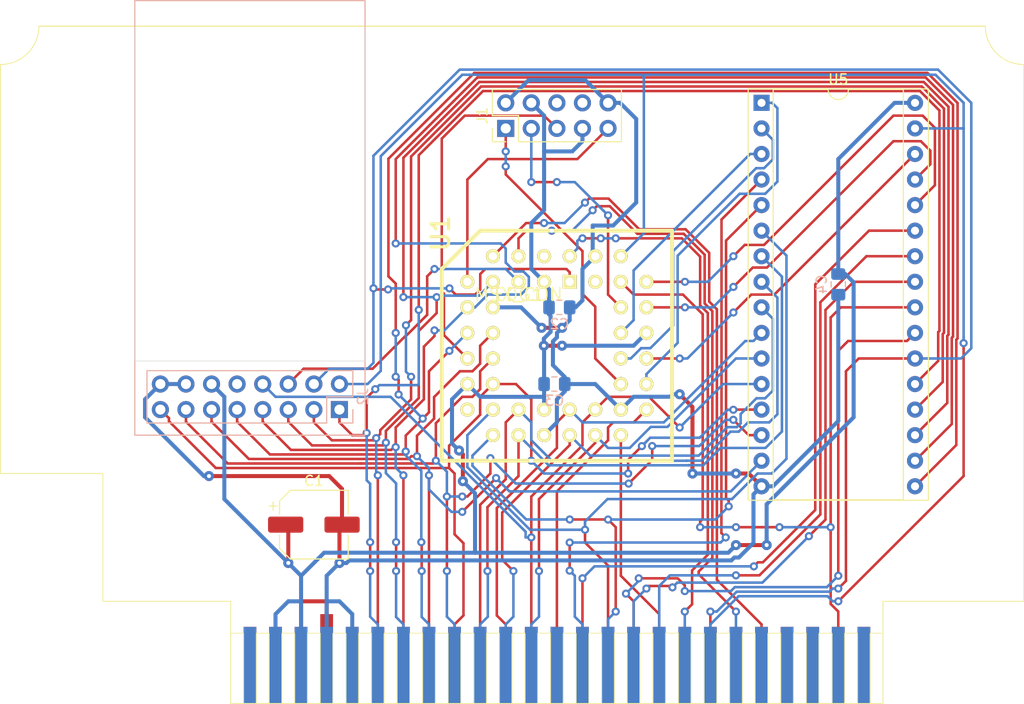
<source format=kicad_pcb>
(kicad_pcb (version 20171130) (host pcbnew "(5.1.5-0-10_14)")

  (general
    (thickness 1.6)
    (drawings 8)
    (tracks 934)
    (zones 0)
    (modules 9)
    (nets 65)
  )

  (page A4)
  (layers
    (0 F.Cu signal)
    (31 B.Cu signal)
    (32 B.Adhes user)
    (33 F.Adhes user)
    (34 B.Paste user)
    (35 F.Paste user)
    (36 B.SilkS user)
    (37 F.SilkS user)
    (38 B.Mask user)
    (39 F.Mask user)
    (40 Dwgs.User user)
    (41 Cmts.User user)
    (42 Eco1.User user)
    (43 Eco2.User user)
    (44 Edge.Cuts user)
    (45 Margin user)
    (46 B.CrtYd user)
    (47 F.CrtYd user)
    (48 B.Fab user)
    (49 F.Fab user)
  )

  (setup
    (last_trace_width 0.25)
    (trace_clearance 0.2)
    (zone_clearance 0.508)
    (zone_45_only no)
    (trace_min 0.2)
    (via_size 0.8)
    (via_drill 0.4)
    (via_min_size 0.4)
    (via_min_drill 0.3)
    (uvia_size 0.3)
    (uvia_drill 0.1)
    (uvias_allowed no)
    (uvia_min_size 0.2)
    (uvia_min_drill 0.1)
    (edge_width 0.05)
    (segment_width 0.2)
    (pcb_text_width 0.3)
    (pcb_text_size 1.5 1.5)
    (mod_edge_width 0.12)
    (mod_text_size 1 1)
    (mod_text_width 0.15)
    (pad_size 1.524 1.524)
    (pad_drill 0.762)
    (pad_to_mask_clearance 0.051)
    (solder_mask_min_width 0.25)
    (aux_axis_origin 0 0)
    (visible_elements FFFFFFFF)
    (pcbplotparams
      (layerselection 0x010fc_ffffffff)
      (usegerberextensions false)
      (usegerberattributes false)
      (usegerberadvancedattributes false)
      (creategerberjobfile false)
      (excludeedgelayer true)
      (linewidth 0.100000)
      (plotframeref false)
      (viasonmask false)
      (mode 1)
      (useauxorigin false)
      (hpglpennumber 1)
      (hpglpenspeed 20)
      (hpglpendiameter 15.000000)
      (psnegative false)
      (psa4output false)
      (plotreference true)
      (plotvalue true)
      (plotinvisibletext false)
      (padsonsilk false)
      (subtractmaskfromsilk false)
      (outputformat 1)
      (mirror false)
      (drillshape 1)
      (scaleselection 1)
      (outputdirectory ""))
  )

  (net 0 "")
  (net 1 VCC)
  (net 2 GND)
  (net 3 IORQ_)
  (net 4 WR_)
  (net 5 A9)
  (net 6 A11)
  (net 7 A7)
  (net 8 A12)
  (net 9 A1)
  (net 10 A3)
  (net 11 A5)
  (net 12 D1)
  (net 13 D3)
  (net 14 D5)
  (net 15 D7)
  (net 16 D6)
  (net 17 D4)
  (net 18 D2)
  (net 19 D0)
  (net 20 A4)
  (net 21 A2)
  (net 22 A0)
  (net 23 A13)
  (net 24 A8)
  (net 25 A6)
  (net 26 A10)
  (net 27 A15)
  (net 28 RD_)
  (net 29 BUSDIR_)
  (net 30 SLTSL_)
  (net 31 CS_)
  (net 32 "Net-(J2-Pad10)")
  (net 33 "Net-(EDG1-Pad+12V)")
  (net 34 "Net-(EDG1-Pad-12V)")
  (net 35 "Net-(EDG1-Pad/CS1)")
  (net 36 "Net-(EDG1-Pad/CS2)")
  (net 37 "Net-(EDG1-Pad/CS12)")
  (net 38 "Net-(EDG1-Pad/INT)")
  (net 39 "Net-(EDG1-Pad/M1)")
  (net 40 "Net-(EDG1-Pad/MREQ)")
  (net 41 "Net-(EDG1-Pad/RESV1)")
  (net 42 "Net-(EDG1-Pad/RESV2)")
  (net 43 "Net-(EDG1-Pad/RFSH)")
  (net 44 "Net-(EDG1-Pad/WAIT)")
  (net 45 "Net-(EDG1-PadA14)")
  (net 46 "Net-(EDG1-PadCLOCK)")
  (net 47 "Net-(EDG1-PadSOUNDIN)")
  (net 48 "Net-(EDG1-PadSW1)")
  (net 49 TCK)
  (net 50 TDO)
  (net 51 TMS)
  (net 52 "Net-(J1-Pad6)")
  (net 53 "Net-(J1-Pad8)")
  (net 54 TDI)
  (net 55 MA17)
  (net 56 MA18)
  (net 57 MA15)
  (net 58 MA16)
  (net 59 MA14)
  (net 60 MA13)
  (net 61 RESET_)
  (net 62 "Net-(U1-Pad43)")
  (net 63 "Net-(U1-Pad17)")
  (net 64 "Net-(U1-Pad2)")

  (net_class Default "This is the default net class."
    (clearance 0.2)
    (trace_width 0.25)
    (via_dia 0.8)
    (via_drill 0.4)
    (uvia_dia 0.3)
    (uvia_drill 0.1)
    (add_net A0)
    (add_net A1)
    (add_net A10)
    (add_net A11)
    (add_net A12)
    (add_net A13)
    (add_net A15)
    (add_net A2)
    (add_net A3)
    (add_net A4)
    (add_net A5)
    (add_net A6)
    (add_net A7)
    (add_net A8)
    (add_net A9)
    (add_net BUSDIR_)
    (add_net CS_)
    (add_net D0)
    (add_net D1)
    (add_net D2)
    (add_net D3)
    (add_net D4)
    (add_net D5)
    (add_net D6)
    (add_net D7)
    (add_net IORQ_)
    (add_net MA13)
    (add_net MA14)
    (add_net MA15)
    (add_net MA16)
    (add_net MA17)
    (add_net MA18)
    (add_net "Net-(EDG1-Pad+12V)")
    (add_net "Net-(EDG1-Pad-12V)")
    (add_net "Net-(EDG1-Pad/CS1)")
    (add_net "Net-(EDG1-Pad/CS12)")
    (add_net "Net-(EDG1-Pad/CS2)")
    (add_net "Net-(EDG1-Pad/INT)")
    (add_net "Net-(EDG1-Pad/M1)")
    (add_net "Net-(EDG1-Pad/MREQ)")
    (add_net "Net-(EDG1-Pad/RESV1)")
    (add_net "Net-(EDG1-Pad/RESV2)")
    (add_net "Net-(EDG1-Pad/RFSH)")
    (add_net "Net-(EDG1-Pad/WAIT)")
    (add_net "Net-(EDG1-PadA14)")
    (add_net "Net-(EDG1-PadCLOCK)")
    (add_net "Net-(EDG1-PadSOUNDIN)")
    (add_net "Net-(EDG1-PadSW1)")
    (add_net "Net-(J1-Pad6)")
    (add_net "Net-(J1-Pad8)")
    (add_net "Net-(J2-Pad10)")
    (add_net "Net-(U1-Pad17)")
    (add_net "Net-(U1-Pad2)")
    (add_net "Net-(U1-Pad43)")
    (add_net RD_)
    (add_net RESET_)
    (add_net SLTSL_)
    (add_net TCK)
    (add_net TDI)
    (add_net TDO)
    (add_net TMS)
    (add_net WR_)
  )

  (net_class Power ""
    (clearance 0.2)
    (trace_width 0.4)
    (via_dia 1)
    (via_drill 0.4)
    (uvia_dia 0.3)
    (uvia_drill 0.1)
    (add_net GND)
    (add_net VCC)
  )

  (module msx-con:msx-con-MSXCART (layer F.Cu) (tedit 5E8217FE) (tstamp 5E88B662)
    (at 156.21 106.68)
    (path /5E82E456)
    (attr smd)
    (fp_text reference EDG1 (at 0 0) (layer F.SilkS)
      (effects (font (size 1.27 1.27) (thickness 0.15)))
    )
    (fp_text value MSX_CON (at 0 0) (layer F.SilkS)
      (effects (font (size 1.27 1.27) (thickness 0.15)))
    )
    (fp_line (start -26.035 40.64) (end -24.765 40.64) (layer F.SilkS) (width 0.06604))
    (fp_line (start -24.765 40.64) (end -24.765 33.655) (layer F.SilkS) (width 0.06604))
    (fp_line (start -26.035 33.655) (end -24.765 33.655) (layer F.SilkS) (width 0.06604))
    (fp_line (start -26.035 40.64) (end -26.035 33.655) (layer F.SilkS) (width 0.06604))
    (fp_line (start -23.495 40.64) (end -22.225 40.64) (layer F.SilkS) (width 0.06604))
    (fp_line (start -22.225 40.64) (end -22.225 33.655) (layer F.SilkS) (width 0.06604))
    (fp_line (start -23.495 33.655) (end -22.225 33.655) (layer F.SilkS) (width 0.06604))
    (fp_line (start -23.495 40.64) (end -23.495 33.655) (layer F.SilkS) (width 0.06604))
    (fp_line (start -20.955 40.64) (end -19.685 40.64) (layer F.SilkS) (width 0.06604))
    (fp_line (start -19.685 40.64) (end -19.685 33.655) (layer F.SilkS) (width 0.06604))
    (fp_line (start -20.955 33.655) (end -19.685 33.655) (layer F.SilkS) (width 0.06604))
    (fp_line (start -20.955 40.64) (end -20.955 33.655) (layer F.SilkS) (width 0.06604))
    (fp_line (start -18.415 40.64) (end -17.145 40.64) (layer F.SilkS) (width 0.06604))
    (fp_line (start -17.145 40.64) (end -17.145 33.655) (layer F.SilkS) (width 0.06604))
    (fp_line (start -18.415 33.655) (end -17.145 33.655) (layer F.SilkS) (width 0.06604))
    (fp_line (start -18.415 40.64) (end -18.415 33.655) (layer F.SilkS) (width 0.06604))
    (fp_line (start -15.875 40.64) (end -14.605 40.64) (layer F.SilkS) (width 0.06604))
    (fp_line (start -14.605 40.64) (end -14.605 33.655) (layer F.SilkS) (width 0.06604))
    (fp_line (start -15.875 33.655) (end -14.605 33.655) (layer F.SilkS) (width 0.06604))
    (fp_line (start -15.875 40.64) (end -15.875 33.655) (layer F.SilkS) (width 0.06604))
    (fp_line (start -13.335 40.64) (end -12.065 40.64) (layer F.SilkS) (width 0.06604))
    (fp_line (start -12.065 40.64) (end -12.065 33.655) (layer F.SilkS) (width 0.06604))
    (fp_line (start -13.335 33.655) (end -12.065 33.655) (layer F.SilkS) (width 0.06604))
    (fp_line (start -13.335 40.64) (end -13.335 33.655) (layer F.SilkS) (width 0.06604))
    (fp_line (start -10.795 40.64) (end -9.525 40.64) (layer F.SilkS) (width 0.06604))
    (fp_line (start -9.525 40.64) (end -9.525 33.655) (layer F.SilkS) (width 0.06604))
    (fp_line (start -10.795 33.655) (end -9.525 33.655) (layer F.SilkS) (width 0.06604))
    (fp_line (start -10.795 40.64) (end -10.795 33.655) (layer F.SilkS) (width 0.06604))
    (fp_line (start -8.255 40.64) (end -6.985 40.64) (layer F.SilkS) (width 0.06604))
    (fp_line (start -6.985 40.64) (end -6.985 33.655) (layer F.SilkS) (width 0.06604))
    (fp_line (start -8.255 33.655) (end -6.985 33.655) (layer F.SilkS) (width 0.06604))
    (fp_line (start -8.255 40.64) (end -8.255 33.655) (layer F.SilkS) (width 0.06604))
    (fp_line (start -5.715 40.64) (end -4.445 40.64) (layer F.SilkS) (width 0.06604))
    (fp_line (start -4.445 40.64) (end -4.445 33.655) (layer F.SilkS) (width 0.06604))
    (fp_line (start -5.715 33.655) (end -4.445 33.655) (layer F.SilkS) (width 0.06604))
    (fp_line (start -5.715 40.64) (end -5.715 33.655) (layer F.SilkS) (width 0.06604))
    (fp_line (start -3.175 40.64) (end -1.905 40.64) (layer F.SilkS) (width 0.06604))
    (fp_line (start -1.905 40.64) (end -1.905 33.655) (layer F.SilkS) (width 0.06604))
    (fp_line (start -3.175 33.655) (end -1.905 33.655) (layer F.SilkS) (width 0.06604))
    (fp_line (start -3.175 40.64) (end -3.175 33.655) (layer F.SilkS) (width 0.06604))
    (fp_line (start -0.635 40.64) (end 0.635 40.64) (layer F.SilkS) (width 0.06604))
    (fp_line (start 0.635 40.64) (end 0.635 33.655) (layer F.SilkS) (width 0.06604))
    (fp_line (start -0.635 33.655) (end 0.635 33.655) (layer F.SilkS) (width 0.06604))
    (fp_line (start -0.635 40.64) (end -0.635 33.655) (layer F.SilkS) (width 0.06604))
    (fp_line (start 1.905 40.64) (end 3.175 40.64) (layer F.SilkS) (width 0.06604))
    (fp_line (start 3.175 40.64) (end 3.175 33.655) (layer F.SilkS) (width 0.06604))
    (fp_line (start 1.905 33.655) (end 3.175 33.655) (layer F.SilkS) (width 0.06604))
    (fp_line (start 1.905 40.64) (end 1.905 33.655) (layer F.SilkS) (width 0.06604))
    (fp_line (start 4.445 40.64) (end 5.715 40.64) (layer F.SilkS) (width 0.06604))
    (fp_line (start 5.715 40.64) (end 5.715 33.655) (layer F.SilkS) (width 0.06604))
    (fp_line (start 4.445 33.655) (end 5.715 33.655) (layer F.SilkS) (width 0.06604))
    (fp_line (start 4.445 40.64) (end 4.445 33.655) (layer F.SilkS) (width 0.06604))
    (fp_line (start 6.985 40.64) (end 8.255 40.64) (layer F.SilkS) (width 0.06604))
    (fp_line (start 8.255 40.64) (end 8.255 33.655) (layer F.SilkS) (width 0.06604))
    (fp_line (start 6.985 33.655) (end 8.255 33.655) (layer F.SilkS) (width 0.06604))
    (fp_line (start 6.985 40.64) (end 6.985 33.655) (layer F.SilkS) (width 0.06604))
    (fp_line (start 9.525 40.64) (end 10.795 40.64) (layer F.SilkS) (width 0.06604))
    (fp_line (start 10.795 40.64) (end 10.795 33.655) (layer F.SilkS) (width 0.06604))
    (fp_line (start 9.525 33.655) (end 10.795 33.655) (layer F.SilkS) (width 0.06604))
    (fp_line (start 9.525 40.64) (end 9.525 33.655) (layer F.SilkS) (width 0.06604))
    (fp_line (start 12.065 40.64) (end 13.335 40.64) (layer F.SilkS) (width 0.06604))
    (fp_line (start 13.335 40.64) (end 13.335 33.655) (layer F.SilkS) (width 0.06604))
    (fp_line (start 12.065 33.655) (end 13.335 33.655) (layer F.SilkS) (width 0.06604))
    (fp_line (start 12.065 40.64) (end 12.065 33.655) (layer F.SilkS) (width 0.06604))
    (fp_line (start 14.605 40.64) (end 15.875 40.64) (layer F.SilkS) (width 0.06604))
    (fp_line (start 15.875 40.64) (end 15.875 33.655) (layer F.SilkS) (width 0.06604))
    (fp_line (start 14.605 33.655) (end 15.875 33.655) (layer F.SilkS) (width 0.06604))
    (fp_line (start 14.605 40.64) (end 14.605 33.655) (layer F.SilkS) (width 0.06604))
    (fp_line (start 17.145 40.64) (end 18.415 40.64) (layer F.SilkS) (width 0.06604))
    (fp_line (start 18.415 40.64) (end 18.415 33.655) (layer F.SilkS) (width 0.06604))
    (fp_line (start 17.145 33.655) (end 18.415 33.655) (layer F.SilkS) (width 0.06604))
    (fp_line (start 17.145 40.64) (end 17.145 33.655) (layer F.SilkS) (width 0.06604))
    (fp_line (start 19.685 40.64) (end 20.955 40.64) (layer F.SilkS) (width 0.06604))
    (fp_line (start 20.955 40.64) (end 20.955 33.655) (layer F.SilkS) (width 0.06604))
    (fp_line (start 19.685 33.655) (end 20.955 33.655) (layer F.SilkS) (width 0.06604))
    (fp_line (start 19.685 40.64) (end 19.685 33.655) (layer F.SilkS) (width 0.06604))
    (fp_line (start 22.225 40.64) (end 23.495 40.64) (layer F.SilkS) (width 0.06604))
    (fp_line (start 23.495 40.64) (end 23.495 33.655) (layer F.SilkS) (width 0.06604))
    (fp_line (start 22.225 33.655) (end 23.495 33.655) (layer F.SilkS) (width 0.06604))
    (fp_line (start 22.225 40.64) (end 22.225 33.655) (layer F.SilkS) (width 0.06604))
    (fp_line (start 24.765 40.64) (end 26.035 40.64) (layer F.SilkS) (width 0.06604))
    (fp_line (start 26.035 40.64) (end 26.035 33.655) (layer F.SilkS) (width 0.06604))
    (fp_line (start 24.765 33.655) (end 26.035 33.655) (layer F.SilkS) (width 0.06604))
    (fp_line (start 24.765 40.64) (end 24.765 33.655) (layer F.SilkS) (width 0.06604))
    (fp_line (start 27.305 40.64) (end 28.575 40.64) (layer F.SilkS) (width 0.06604))
    (fp_line (start 28.575 40.64) (end 28.575 33.655) (layer F.SilkS) (width 0.06604))
    (fp_line (start 27.305 33.655) (end 28.575 33.655) (layer F.SilkS) (width 0.06604))
    (fp_line (start 27.305 40.64) (end 27.305 33.655) (layer F.SilkS) (width 0.06604))
    (fp_line (start 29.845 40.64) (end 31.115 40.64) (layer F.SilkS) (width 0.06604))
    (fp_line (start 31.115 40.64) (end 31.115 33.655) (layer F.SilkS) (width 0.06604))
    (fp_line (start 29.845 33.655) (end 31.115 33.655) (layer F.SilkS) (width 0.06604))
    (fp_line (start 29.845 40.64) (end 29.845 33.655) (layer F.SilkS) (width 0.06604))
    (fp_line (start 32.385 40.64) (end 33.655 40.64) (layer F.SilkS) (width 0.06604))
    (fp_line (start 33.655 40.64) (end 33.655 33.655) (layer F.SilkS) (width 0.06604))
    (fp_line (start 32.385 33.655) (end 33.655 33.655) (layer F.SilkS) (width 0.06604))
    (fp_line (start 32.385 40.64) (end 32.385 33.655) (layer F.SilkS) (width 0.06604))
    (fp_line (start 34.925 40.64) (end 36.195 40.64) (layer F.SilkS) (width 0.06604))
    (fp_line (start 36.195 40.64) (end 36.195 33.655) (layer F.SilkS) (width 0.06604))
    (fp_line (start 34.925 33.655) (end 36.195 33.655) (layer F.SilkS) (width 0.06604))
    (fp_line (start 34.925 40.64) (end 34.925 33.655) (layer F.SilkS) (width 0.06604))
    (fp_line (start -28.575 40.64) (end -27.305 40.64) (layer F.SilkS) (width 0.06604))
    (fp_line (start -27.305 40.64) (end -27.305 33.655) (layer F.SilkS) (width 0.06604))
    (fp_line (start -28.575 33.655) (end -27.305 33.655) (layer F.SilkS) (width 0.06604))
    (fp_line (start -28.575 40.64) (end -28.575 33.655) (layer F.SilkS) (width 0.06604))
    (fp_line (start -28.575 40.64) (end -27.305 40.64) (layer F.SilkS) (width 0.06604))
    (fp_line (start -27.305 40.64) (end -27.305 33.655) (layer F.SilkS) (width 0.06604))
    (fp_line (start -28.575 33.655) (end -27.305 33.655) (layer F.SilkS) (width 0.06604))
    (fp_line (start -28.575 40.64) (end -28.575 33.655) (layer F.SilkS) (width 0.06604))
    (fp_line (start -26.035 40.64) (end -24.765 40.64) (layer F.SilkS) (width 0.06604))
    (fp_line (start -24.765 40.64) (end -24.765 33.655) (layer F.SilkS) (width 0.06604))
    (fp_line (start -26.035 33.655) (end -24.765 33.655) (layer F.SilkS) (width 0.06604))
    (fp_line (start -26.035 40.64) (end -26.035 33.655) (layer F.SilkS) (width 0.06604))
    (fp_line (start -23.495 40.64) (end -22.225 40.64) (layer F.SilkS) (width 0.06604))
    (fp_line (start -22.225 40.64) (end -22.225 33.655) (layer F.SilkS) (width 0.06604))
    (fp_line (start -23.495 33.655) (end -22.225 33.655) (layer F.SilkS) (width 0.06604))
    (fp_line (start -23.495 40.64) (end -23.495 33.655) (layer F.SilkS) (width 0.06604))
    (fp_line (start -20.955 40.64) (end -19.685 40.64) (layer F.SilkS) (width 0.06604))
    (fp_line (start -19.685 40.64) (end -19.685 33.655) (layer F.SilkS) (width 0.06604))
    (fp_line (start -20.955 33.655) (end -19.685 33.655) (layer F.SilkS) (width 0.06604))
    (fp_line (start -20.955 40.64) (end -20.955 33.655) (layer F.SilkS) (width 0.06604))
    (fp_line (start -18.415 40.64) (end -17.145 40.64) (layer F.SilkS) (width 0.06604))
    (fp_line (start -17.145 40.64) (end -17.145 33.655) (layer F.SilkS) (width 0.06604))
    (fp_line (start -18.415 33.655) (end -17.145 33.655) (layer F.SilkS) (width 0.06604))
    (fp_line (start -18.415 40.64) (end -18.415 33.655) (layer F.SilkS) (width 0.06604))
    (fp_line (start -15.875 40.64) (end -14.605 40.64) (layer F.SilkS) (width 0.06604))
    (fp_line (start -14.605 40.64) (end -14.605 33.655) (layer F.SilkS) (width 0.06604))
    (fp_line (start -15.875 33.655) (end -14.605 33.655) (layer F.SilkS) (width 0.06604))
    (fp_line (start -15.875 40.64) (end -15.875 33.655) (layer F.SilkS) (width 0.06604))
    (fp_line (start -13.335 40.64) (end -12.065 40.64) (layer F.SilkS) (width 0.06604))
    (fp_line (start -12.065 40.64) (end -12.065 33.655) (layer F.SilkS) (width 0.06604))
    (fp_line (start -13.335 33.655) (end -12.065 33.655) (layer F.SilkS) (width 0.06604))
    (fp_line (start -13.335 40.64) (end -13.335 33.655) (layer F.SilkS) (width 0.06604))
    (fp_line (start -10.795 40.64) (end -9.525 40.64) (layer F.SilkS) (width 0.06604))
    (fp_line (start -9.525 40.64) (end -9.525 33.655) (layer F.SilkS) (width 0.06604))
    (fp_line (start -10.795 33.655) (end -9.525 33.655) (layer F.SilkS) (width 0.06604))
    (fp_line (start -10.795 40.64) (end -10.795 33.655) (layer F.SilkS) (width 0.06604))
    (fp_line (start -8.255 40.64) (end -6.985 40.64) (layer F.SilkS) (width 0.06604))
    (fp_line (start -6.985 40.64) (end -6.985 33.655) (layer F.SilkS) (width 0.06604))
    (fp_line (start -8.255 33.655) (end -6.985 33.655) (layer F.SilkS) (width 0.06604))
    (fp_line (start -8.255 40.64) (end -8.255 33.655) (layer F.SilkS) (width 0.06604))
    (fp_line (start -5.715 40.64) (end -4.445 40.64) (layer F.SilkS) (width 0.06604))
    (fp_line (start -4.445 40.64) (end -4.445 33.655) (layer F.SilkS) (width 0.06604))
    (fp_line (start -5.715 33.655) (end -4.445 33.655) (layer F.SilkS) (width 0.06604))
    (fp_line (start -5.715 40.64) (end -5.715 33.655) (layer F.SilkS) (width 0.06604))
    (fp_line (start -3.175 40.64) (end -1.905 40.64) (layer F.SilkS) (width 0.06604))
    (fp_line (start -1.905 40.64) (end -1.905 33.655) (layer F.SilkS) (width 0.06604))
    (fp_line (start -3.175 33.655) (end -1.905 33.655) (layer F.SilkS) (width 0.06604))
    (fp_line (start -3.175 40.64) (end -3.175 33.655) (layer F.SilkS) (width 0.06604))
    (fp_line (start -0.635 40.64) (end 0.635 40.64) (layer F.SilkS) (width 0.06604))
    (fp_line (start 0.635 40.64) (end 0.635 33.655) (layer F.SilkS) (width 0.06604))
    (fp_line (start -0.635 33.655) (end 0.635 33.655) (layer F.SilkS) (width 0.06604))
    (fp_line (start -0.635 40.64) (end -0.635 33.655) (layer F.SilkS) (width 0.06604))
    (fp_line (start 1.905 40.64) (end 3.175 40.64) (layer F.SilkS) (width 0.06604))
    (fp_line (start 3.175 40.64) (end 3.175 33.655) (layer F.SilkS) (width 0.06604))
    (fp_line (start 1.905 33.655) (end 3.175 33.655) (layer F.SilkS) (width 0.06604))
    (fp_line (start 1.905 40.64) (end 1.905 33.655) (layer F.SilkS) (width 0.06604))
    (fp_line (start 4.445 40.64) (end 5.715 40.64) (layer F.SilkS) (width 0.06604))
    (fp_line (start 5.715 40.64) (end 5.715 33.655) (layer F.SilkS) (width 0.06604))
    (fp_line (start 4.445 33.655) (end 5.715 33.655) (layer F.SilkS) (width 0.06604))
    (fp_line (start 4.445 40.64) (end 4.445 33.655) (layer F.SilkS) (width 0.06604))
    (fp_line (start 6.985 40.64) (end 8.255 40.64) (layer F.SilkS) (width 0.06604))
    (fp_line (start 8.255 40.64) (end 8.255 33.655) (layer F.SilkS) (width 0.06604))
    (fp_line (start 6.985 33.655) (end 8.255 33.655) (layer F.SilkS) (width 0.06604))
    (fp_line (start 6.985 40.64) (end 6.985 33.655) (layer F.SilkS) (width 0.06604))
    (fp_line (start 9.525 40.64) (end 10.795 40.64) (layer F.SilkS) (width 0.06604))
    (fp_line (start 10.795 40.64) (end 10.795 33.655) (layer F.SilkS) (width 0.06604))
    (fp_line (start 9.525 33.655) (end 10.795 33.655) (layer F.SilkS) (width 0.06604))
    (fp_line (start 9.525 40.64) (end 9.525 33.655) (layer F.SilkS) (width 0.06604))
    (fp_line (start 12.065 40.64) (end 13.335 40.64) (layer F.SilkS) (width 0.06604))
    (fp_line (start 13.335 40.64) (end 13.335 33.655) (layer F.SilkS) (width 0.06604))
    (fp_line (start 12.065 33.655) (end 13.335 33.655) (layer F.SilkS) (width 0.06604))
    (fp_line (start 12.065 40.64) (end 12.065 33.655) (layer F.SilkS) (width 0.06604))
    (fp_line (start 14.605 40.64) (end 15.875 40.64) (layer F.SilkS) (width 0.06604))
    (fp_line (start 15.875 40.64) (end 15.875 33.655) (layer F.SilkS) (width 0.06604))
    (fp_line (start 14.605 33.655) (end 15.875 33.655) (layer F.SilkS) (width 0.06604))
    (fp_line (start 14.605 40.64) (end 14.605 33.655) (layer F.SilkS) (width 0.06604))
    (fp_line (start 17.145 40.64) (end 18.415 40.64) (layer F.SilkS) (width 0.06604))
    (fp_line (start 18.415 40.64) (end 18.415 33.655) (layer F.SilkS) (width 0.06604))
    (fp_line (start 17.145 33.655) (end 18.415 33.655) (layer F.SilkS) (width 0.06604))
    (fp_line (start 17.145 40.64) (end 17.145 33.655) (layer F.SilkS) (width 0.06604))
    (fp_line (start 19.685 40.64) (end 20.955 40.64) (layer F.SilkS) (width 0.06604))
    (fp_line (start 20.955 40.64) (end 20.955 33.655) (layer F.SilkS) (width 0.06604))
    (fp_line (start 19.685 33.655) (end 20.955 33.655) (layer F.SilkS) (width 0.06604))
    (fp_line (start 19.685 40.64) (end 19.685 33.655) (layer F.SilkS) (width 0.06604))
    (fp_line (start 22.225 40.64) (end 23.495 40.64) (layer F.SilkS) (width 0.06604))
    (fp_line (start 23.495 40.64) (end 23.495 33.655) (layer F.SilkS) (width 0.06604))
    (fp_line (start 22.225 33.655) (end 23.495 33.655) (layer F.SilkS) (width 0.06604))
    (fp_line (start 22.225 40.64) (end 22.225 33.655) (layer F.SilkS) (width 0.06604))
    (fp_line (start 24.765 40.64) (end 26.035 40.64) (layer F.SilkS) (width 0.06604))
    (fp_line (start 26.035 40.64) (end 26.035 33.655) (layer F.SilkS) (width 0.06604))
    (fp_line (start 24.765 33.655) (end 26.035 33.655) (layer F.SilkS) (width 0.06604))
    (fp_line (start 24.765 40.64) (end 24.765 33.655) (layer F.SilkS) (width 0.06604))
    (fp_line (start 27.305 40.64) (end 28.575 40.64) (layer F.SilkS) (width 0.06604))
    (fp_line (start 28.575 40.64) (end 28.575 33.655) (layer F.SilkS) (width 0.06604))
    (fp_line (start 27.305 33.655) (end 28.575 33.655) (layer F.SilkS) (width 0.06604))
    (fp_line (start 27.305 40.64) (end 27.305 33.655) (layer F.SilkS) (width 0.06604))
    (fp_line (start 29.845 40.64) (end 31.115 40.64) (layer F.SilkS) (width 0.06604))
    (fp_line (start 31.115 40.64) (end 31.115 33.655) (layer F.SilkS) (width 0.06604))
    (fp_line (start 29.845 33.655) (end 31.115 33.655) (layer F.SilkS) (width 0.06604))
    (fp_line (start 29.845 40.64) (end 29.845 33.655) (layer F.SilkS) (width 0.06604))
    (fp_line (start 32.385 40.64) (end 33.655 40.64) (layer F.SilkS) (width 0.06604))
    (fp_line (start 33.655 40.64) (end 33.655 33.655) (layer F.SilkS) (width 0.06604))
    (fp_line (start 32.385 33.655) (end 33.655 33.655) (layer F.SilkS) (width 0.06604))
    (fp_line (start 32.385 40.64) (end 32.385 33.655) (layer F.SilkS) (width 0.06604))
    (fp_line (start 34.925 40.64) (end 36.195 40.64) (layer F.SilkS) (width 0.06604))
    (fp_line (start 36.195 40.64) (end 36.195 33.655) (layer F.SilkS) (width 0.06604))
    (fp_line (start 34.925 33.655) (end 36.195 33.655) (layer F.SilkS) (width 0.06604))
    (fp_line (start 34.925 40.64) (end 34.925 33.655) (layer F.SilkS) (width 0.06604))
    (fp_line (start -47.625 -26.67) (end 46.355 -26.67) (layer F.SilkS) (width 0.127))
    (fp_line (start 50.165 -22.86) (end 50.165 30.48) (layer F.SilkS) (width 0.1))
    (fp_line (start 50.165 30.48) (end 36.195 30.48) (layer F.SilkS) (width 0.1))
    (fp_line (start -51.435 17.78) (end -51.435 -22.86) (layer F.SilkS) (width 0.1))
    (fp_line (start -41.275 17.78) (end -51.435 17.78) (layer F.SilkS) (width 0.1))
    (fp_line (start -41.275 17.78) (end -41.275 30.48) (layer F.SilkS) (width 0.1))
    (fp_line (start -41.275 30.48) (end -28.575 30.48) (layer F.SilkS) (width 0.1))
    (fp_line (start -28.575 30.48) (end -28.575 40.64) (layer F.SilkS) (width 0.1))
    (fp_line (start -28.575 40.64) (end 36.195 40.64) (layer F.SilkS) (width 0.1))
    (fp_line (start 36.195 40.64) (end 36.195 30.48) (layer F.SilkS) (width 0.1))
    (fp_arc (start -51.435 -26.67) (end -47.625 -26.67) (angle 90) (layer F.SilkS) (width 0.1))
    (fp_arc (start 50.165 -26.67) (end 50.165 -22.86) (angle 90) (layer F.SilkS) (width 0.1))
    (pad +5V1 smd rect (at -24.13 36.83) (size 1.27 7.62) (layers B.Cu B.Mask)
      (net 1 VCC))
    (pad +5V2 smd rect (at -21.59 36.83) (size 1.27 7.62) (layers B.Cu B.Mask)
      (net 1 VCC))
    (pad +12V smd rect (at -24.13 36.83) (size 1.27 7.62) (layers F.Cu F.Paste F.Mask)
      (net 33 "Net-(EDG1-Pad+12V)"))
    (pad -12V smd rect (at -26.67 36.83) (size 1.27 7.62) (layers F.Cu F.Paste F.Mask)
      (net 34 "Net-(EDG1-Pad-12V)"))
    (pad /BUSDIR smd rect (at 24.13 36.83) (size 1.27 7.62) (layers F.Cu F.Paste F.Mask)
      (net 29 BUSDIR_))
    (pad /CS1 smd rect (at 34.29 36.83) (size 1.27 7.62) (layers B.Cu B.Mask)
      (net 35 "Net-(EDG1-Pad/CS1)"))
    (pad /CS2 smd rect (at 34.29 36.83) (size 1.27 7.62) (layers F.Cu F.Paste F.Mask)
      (net 36 "Net-(EDG1-Pad/CS2)"))
    (pad /CS12 smd rect (at 31.75 36.83) (size 1.27 7.62) (layers B.Cu B.Mask)
      (net 37 "Net-(EDG1-Pad/CS12)"))
    (pad /INT smd rect (at 26.67 36.83) (size 1.27 7.62) (layers F.Cu F.Paste F.Mask)
      (net 38 "Net-(EDG1-Pad/INT)"))
    (pad /IORQ smd rect (at 21.59 36.83) (size 1.27 7.62) (layers B.Cu B.Mask)
      (net 3 IORQ_))
    (pad /M1 smd rect (at 24.13 36.83) (size 1.27 7.62) (layers B.Cu B.Mask)
      (net 39 "Net-(EDG1-Pad/M1)"))
    (pad /MREQ smd rect (at 21.59 36.83) (size 1.27 7.62) (layers F.Cu F.Paste F.Mask)
      (net 40 "Net-(EDG1-Pad/MREQ)"))
    (pad /RD smd rect (at 19.05 36.83) (size 1.27 7.62) (layers F.Cu F.Paste F.Mask)
      (net 28 RD_))
    (pad /RESET smd rect (at 16.51 36.83) (size 1.27 7.62) (layers B.Cu B.Mask)
      (net 61 RESET_))
    (pad /RESV1 smd rect (at 16.51 36.83) (size 1.27 7.62) (layers F.Cu F.Paste F.Mask)
      (net 41 "Net-(EDG1-Pad/RESV1)"))
    (pad /RESV2 smd rect (at 29.21 36.83) (size 1.27 7.62) (layers B.Cu B.Mask)
      (net 42 "Net-(EDG1-Pad/RESV2)"))
    (pad /RFSH smd rect (at 29.21 36.83) (size 1.27 7.62) (layers F.Cu F.Paste F.Mask)
      (net 43 "Net-(EDG1-Pad/RFSH)"))
    (pad /SLTSL smd rect (at 31.75 36.83) (size 1.27 7.62) (layers F.Cu F.Paste F.Mask)
      (net 30 SLTSL_))
    (pad /WAIT smd rect (at 26.67 36.83) (size 1.27 7.62) (layers B.Cu B.Mask)
      (net 44 "Net-(EDG1-Pad/WAIT)"))
    (pad /WR smd rect (at 19.05 36.83) (size 1.27 7.62) (layers B.Cu B.Mask)
      (net 4 WR_))
    (pad A0 smd rect (at 1.27 36.83) (size 1.27 7.62) (layers F.Cu F.Paste F.Mask)
      (net 22 A0))
    (pad A1 smd rect (at 1.27 36.83) (size 1.27 7.62) (layers B.Cu B.Mask)
      (net 9 A1))
    (pad A2 smd rect (at -1.27 36.83) (size 1.27 7.62) (layers F.Cu F.Paste F.Mask)
      (net 21 A2))
    (pad A3 smd rect (at -1.27 36.83) (size 1.27 7.62) (layers B.Cu B.Mask)
      (net 10 A3))
    (pad A4 smd rect (at -3.81 36.83) (size 1.27 7.62) (layers F.Cu F.Paste F.Mask)
      (net 20 A4))
    (pad A5 smd rect (at -3.81 36.83) (size 1.27 7.62) (layers B.Cu B.Mask)
      (net 11 A5))
    (pad A6 smd rect (at 8.89 36.83) (size 1.27 7.62) (layers F.Cu F.Paste F.Mask)
      (net 25 A6))
    (pad A7 smd rect (at 8.89 36.83) (size 1.27 7.62) (layers B.Cu B.Mask)
      (net 7 A7))
    (pad A8 smd rect (at 6.35 36.83) (size 1.27 7.62) (layers F.Cu F.Paste F.Mask)
      (net 24 A8))
    (pad A9 smd rect (at 13.97 36.83) (size 1.27 7.62) (layers B.Cu B.Mask)
      (net 5 A9))
    (pad A10 smd rect (at 11.43 36.83) (size 1.27 7.62) (layers F.Cu F.Paste F.Mask)
      (net 26 A10))
    (pad A11 smd rect (at 11.43 36.83) (size 1.27 7.62) (layers B.Cu B.Mask)
      (net 6 A11))
    (pad A12 smd rect (at 6.35 36.83) (size 1.27 7.62) (layers B.Cu B.Mask)
      (net 8 A12))
    (pad A13 smd rect (at 3.81 36.83) (size 1.27 7.62) (layers F.Cu F.Paste F.Mask)
      (net 23 A13))
    (pad A14 smd rect (at 3.81 36.83) (size 1.27 7.62) (layers B.Cu B.Mask)
      (net 45 "Net-(EDG1-PadA14)"))
    (pad A15 smd rect (at 13.97 36.83) (size 1.27 7.62) (layers F.Cu F.Paste F.Mask)
      (net 27 A15))
    (pad CLOCK smd rect (at -16.51 36.83) (size 1.27 7.62) (layers F.Cu F.Paste F.Mask)
      (net 46 "Net-(EDG1-PadCLOCK)"))
    (pad D0 smd rect (at -6.35 36.83) (size 1.27 7.62) (layers F.Cu F.Paste F.Mask)
      (net 19 D0))
    (pad D1 smd rect (at -6.35 36.83) (size 1.27 7.62) (layers B.Cu B.Mask)
      (net 12 D1))
    (pad D2 smd rect (at -8.89 36.83) (size 1.27 7.62) (layers F.Cu F.Paste F.Mask)
      (net 18 D2))
    (pad D3 smd rect (at -8.89 36.83) (size 1.27 7.62) (layers B.Cu B.Mask)
      (net 13 D3))
    (pad D4 smd rect (at -11.43 36.83) (size 1.27 7.62) (layers F.Cu F.Paste F.Mask)
      (net 17 D4))
    (pad D5 smd rect (at -11.43 36.83) (size 1.27 7.62) (layers B.Cu B.Mask)
      (net 14 D5))
    (pad D6 smd rect (at -13.97 36.83) (size 1.27 7.62) (layers F.Cu F.Paste F.Mask)
      (net 16 D6))
    (pad D7 smd rect (at -13.97 36.83) (size 1.27 7.62) (layers B.Cu B.Mask)
      (net 15 D7))
    (pad GND1 smd rect (at -19.05 36.83) (size 1.27 7.62) (layers B.Cu B.Mask)
      (net 2 GND))
    (pad GND2 smd rect (at -16.51 36.83) (size 1.27 7.62) (layers B.Cu B.Mask)
      (net 2 GND))
    (pad SOUNDIN smd rect (at -26.67 36.83) (size 1.27 7.62) (layers B.Cu B.Mask)
      (net 47 "Net-(EDG1-PadSOUNDIN)"))
    (pad SW1 smd rect (at -19.05 35.56) (size 1.27 7.62) (layers F.Cu F.Paste F.Mask)
      (net 48 "Net-(EDG1-PadSW1)"))
    (pad SW2 smd rect (at -21.59 36.83) (size 1.27 7.62) (layers F.Cu F.Paste F.Mask)
      (net 48 "Net-(EDG1-PadSW1)"))
    (pad "" np_thru_hole circle (at -36.83 23.495) (size 5.08 5.08) (drill 5.08) (layers *.Cu *.Mask))
    (pad "" np_thru_hole circle (at 45.085 23.495) (size 5.08 5.08) (drill 5.08) (layers *.Cu *.Mask))
  )

  (module Connector_PinHeader_2.54mm:PinHeader_2x08_P2.54mm_Vertical (layer B.Cu) (tedit 59FED5CC) (tstamp 5E7D3B55)
    (at 138.43 118.11 90)
    (descr "Through hole straight pin header, 2x08, 2.54mm pitch, double rows")
    (tags "Through hole pin header THT 2x08 2.54mm double row")
    (path /5D243AE7)
    (fp_text reference J2 (at 1.27 2.33 270) (layer B.SilkS)
      (effects (font (size 1 1) (thickness 0.15)) (justify mirror))
    )
    (fp_text value Conn_02x08_Odd_Even (at 1.27 -20.11 270) (layer B.Fab)
      (effects (font (size 1 1) (thickness 0.15)) (justify mirror))
    )
    (fp_line (start 0 1.27) (end 3.81 1.27) (layer B.Fab) (width 0.1))
    (fp_line (start 3.81 1.27) (end 3.81 -19.05) (layer B.Fab) (width 0.1))
    (fp_line (start 3.81 -19.05) (end -1.27 -19.05) (layer B.Fab) (width 0.1))
    (fp_line (start -1.27 -19.05) (end -1.27 0) (layer B.Fab) (width 0.1))
    (fp_line (start -1.27 0) (end 0 1.27) (layer B.Fab) (width 0.1))
    (fp_line (start -1.33 -19.11) (end 3.87 -19.11) (layer B.SilkS) (width 0.12))
    (fp_line (start -1.33 -1.27) (end -1.33 -19.11) (layer B.SilkS) (width 0.12))
    (fp_line (start 3.87 1.33) (end 3.87 -19.11) (layer B.SilkS) (width 0.12))
    (fp_line (start -1.33 -1.27) (end 1.27 -1.27) (layer B.SilkS) (width 0.12))
    (fp_line (start 1.27 -1.27) (end 1.27 1.33) (layer B.SilkS) (width 0.12))
    (fp_line (start 1.27 1.33) (end 3.87 1.33) (layer B.SilkS) (width 0.12))
    (fp_line (start -1.33 0) (end -1.33 1.33) (layer B.SilkS) (width 0.12))
    (fp_line (start -1.33 1.33) (end 0 1.33) (layer B.SilkS) (width 0.12))
    (fp_line (start -1.8 1.8) (end -1.8 -19.55) (layer B.CrtYd) (width 0.05))
    (fp_line (start -1.8 -19.55) (end 4.35 -19.55) (layer B.CrtYd) (width 0.05))
    (fp_line (start 4.35 -19.55) (end 4.35 1.8) (layer B.CrtYd) (width 0.05))
    (fp_line (start 4.35 1.8) (end -1.8 1.8) (layer B.CrtYd) (width 0.05))
    (fp_text user %R (at 1.27 -8.89) (layer B.Fab)
      (effects (font (size 1 1) (thickness 0.15)) (justify mirror))
    )
    (pad 1 thru_hole rect (at 0 0 90) (size 1.7 1.7) (drill 1) (layers *.Cu *.Mask)
      (net 15 D7))
    (pad 2 thru_hole oval (at 2.54 0 90) (size 1.7 1.7) (drill 1) (layers *.Cu *.Mask)
      (net 4 WR_))
    (pad 3 thru_hole oval (at 0 -2.54 90) (size 1.7 1.7) (drill 1) (layers *.Cu *.Mask)
      (net 16 D6))
    (pad 4 thru_hole oval (at 2.54 -2.54 90) (size 1.7 1.7) (drill 1) (layers *.Cu *.Mask)
      (net 28 RD_))
    (pad 5 thru_hole oval (at 0 -5.08 90) (size 1.7 1.7) (drill 1) (layers *.Cu *.Mask)
      (net 14 D5))
    (pad 6 thru_hole oval (at 2.54 -5.08 90) (size 1.7 1.7) (drill 1) (layers *.Cu *.Mask)
      (net 31 CS_))
    (pad 7 thru_hole oval (at 0 -7.62 90) (size 1.7 1.7) (drill 1) (layers *.Cu *.Mask)
      (net 17 D4))
    (pad 8 thru_hole oval (at 2.54 -7.62 90) (size 1.7 1.7) (drill 1) (layers *.Cu *.Mask)
      (net 22 A0))
    (pad 9 thru_hole oval (at 0 -10.16 90) (size 1.7 1.7) (drill 1) (layers *.Cu *.Mask)
      (net 13 D3))
    (pad 10 thru_hole oval (at 2.54 -10.16 90) (size 1.7 1.7) (drill 1) (layers *.Cu *.Mask)
      (net 32 "Net-(J2-Pad10)"))
    (pad 11 thru_hole oval (at 0 -12.7 90) (size 1.7 1.7) (drill 1) (layers *.Cu *.Mask)
      (net 18 D2))
    (pad 12 thru_hole oval (at 2.54 -12.7 90) (size 1.7 1.7) (drill 1) (layers *.Cu *.Mask)
      (net 1 VCC))
    (pad 13 thru_hole oval (at 0 -15.24 90) (size 1.7 1.7) (drill 1) (layers *.Cu *.Mask)
      (net 12 D1))
    (pad 14 thru_hole oval (at 2.54 -15.24 90) (size 1.7 1.7) (drill 1) (layers *.Cu *.Mask)
      (net 2 GND))
    (pad 15 thru_hole oval (at 0 -17.78 90) (size 1.7 1.7) (drill 1) (layers *.Cu *.Mask)
      (net 19 D0))
    (pad 16 thru_hole oval (at 2.54 -17.78 90) (size 1.7 1.7) (drill 1) (layers *.Cu *.Mask)
      (net 2 GND))
    (model ${KISYS3DMOD}/Connector_PinHeader_2.54mm.3dshapes/PinHeader_2x08_P2.54mm_Vertical.wrl
      (at (xyz 0 0 0))
      (scale (xyz 1 1 1))
      (rotate (xyz 0 0 0))
    )
  )

  (module Package_DIP:DIP-32_W15.24mm_Socket (layer F.Cu) (tedit 5A02E8C5) (tstamp 5E873E57)
    (at 180.34 87.63)
    (descr "32-lead though-hole mounted DIP package, row spacing 15.24 mm (600 mils), Socket")
    (tags "THT DIP DIL PDIP 2.54mm 15.24mm 600mil Socket")
    (path /5DB86845)
    (fp_text reference U5 (at 7.62 -2.33) (layer F.SilkS)
      (effects (font (size 1 1) (thickness 0.15)))
    )
    (fp_text value SST39SF040 (at 7.62 40.43) (layer F.Fab)
      (effects (font (size 1 1) (thickness 0.15)))
    )
    (fp_arc (start 7.62 -1.33) (end 6.62 -1.33) (angle -180) (layer F.SilkS) (width 0.12))
    (fp_line (start 1.255 -1.27) (end 14.985 -1.27) (layer F.Fab) (width 0.1))
    (fp_line (start 14.985 -1.27) (end 14.985 39.37) (layer F.Fab) (width 0.1))
    (fp_line (start 14.985 39.37) (end 0.255 39.37) (layer F.Fab) (width 0.1))
    (fp_line (start 0.255 39.37) (end 0.255 -0.27) (layer F.Fab) (width 0.1))
    (fp_line (start 0.255 -0.27) (end 1.255 -1.27) (layer F.Fab) (width 0.1))
    (fp_line (start -1.27 -1.33) (end -1.27 39.43) (layer F.Fab) (width 0.1))
    (fp_line (start -1.27 39.43) (end 16.51 39.43) (layer F.Fab) (width 0.1))
    (fp_line (start 16.51 39.43) (end 16.51 -1.33) (layer F.Fab) (width 0.1))
    (fp_line (start 16.51 -1.33) (end -1.27 -1.33) (layer F.Fab) (width 0.1))
    (fp_line (start 6.62 -1.33) (end 1.16 -1.33) (layer F.SilkS) (width 0.12))
    (fp_line (start 1.16 -1.33) (end 1.16 39.43) (layer F.SilkS) (width 0.12))
    (fp_line (start 1.16 39.43) (end 14.08 39.43) (layer F.SilkS) (width 0.12))
    (fp_line (start 14.08 39.43) (end 14.08 -1.33) (layer F.SilkS) (width 0.12))
    (fp_line (start 14.08 -1.33) (end 8.62 -1.33) (layer F.SilkS) (width 0.12))
    (fp_line (start -1.33 -1.39) (end -1.33 39.49) (layer F.SilkS) (width 0.12))
    (fp_line (start -1.33 39.49) (end 16.57 39.49) (layer F.SilkS) (width 0.12))
    (fp_line (start 16.57 39.49) (end 16.57 -1.39) (layer F.SilkS) (width 0.12))
    (fp_line (start 16.57 -1.39) (end -1.33 -1.39) (layer F.SilkS) (width 0.12))
    (fp_line (start -1.55 -1.6) (end -1.55 39.7) (layer F.CrtYd) (width 0.05))
    (fp_line (start -1.55 39.7) (end 16.8 39.7) (layer F.CrtYd) (width 0.05))
    (fp_line (start 16.8 39.7) (end 16.8 -1.6) (layer F.CrtYd) (width 0.05))
    (fp_line (start 16.8 -1.6) (end -1.55 -1.6) (layer F.CrtYd) (width 0.05))
    (fp_text user %R (at 7.62 19.05) (layer F.Fab)
      (effects (font (size 1 1) (thickness 0.15)))
    )
    (pad 1 thru_hole rect (at 0 0) (size 1.6 1.6) (drill 0.8) (layers *.Cu *.Mask)
      (net 56 MA18))
    (pad 17 thru_hole oval (at 15.24 38.1) (size 1.6 1.6) (drill 0.8) (layers *.Cu *.Mask)
      (net 13 D3))
    (pad 2 thru_hole oval (at 0 2.54) (size 1.6 1.6) (drill 0.8) (layers *.Cu *.Mask)
      (net 58 MA16))
    (pad 18 thru_hole oval (at 15.24 35.56) (size 1.6 1.6) (drill 0.8) (layers *.Cu *.Mask)
      (net 17 D4))
    (pad 3 thru_hole oval (at 0 5.08) (size 1.6 1.6) (drill 0.8) (layers *.Cu *.Mask)
      (net 57 MA15))
    (pad 19 thru_hole oval (at 15.24 33.02) (size 1.6 1.6) (drill 0.8) (layers *.Cu *.Mask)
      (net 14 D5))
    (pad 4 thru_hole oval (at 0 7.62) (size 1.6 1.6) (drill 0.8) (layers *.Cu *.Mask)
      (net 8 A12))
    (pad 20 thru_hole oval (at 15.24 30.48) (size 1.6 1.6) (drill 0.8) (layers *.Cu *.Mask)
      (net 16 D6))
    (pad 5 thru_hole oval (at 0 10.16) (size 1.6 1.6) (drill 0.8) (layers *.Cu *.Mask)
      (net 7 A7))
    (pad 21 thru_hole oval (at 15.24 27.94) (size 1.6 1.6) (drill 0.8) (layers *.Cu *.Mask)
      (net 15 D7))
    (pad 6 thru_hole oval (at 0 12.7) (size 1.6 1.6) (drill 0.8) (layers *.Cu *.Mask)
      (net 25 A6))
    (pad 22 thru_hole oval (at 15.24 25.4) (size 1.6 1.6) (drill 0.8) (layers *.Cu *.Mask)
      (net 28 RD_))
    (pad 7 thru_hole oval (at 0 15.24) (size 1.6 1.6) (drill 0.8) (layers *.Cu *.Mask)
      (net 11 A5))
    (pad 23 thru_hole oval (at 15.24 22.86) (size 1.6 1.6) (drill 0.8) (layers *.Cu *.Mask)
      (net 26 A10))
    (pad 8 thru_hole oval (at 0 17.78) (size 1.6 1.6) (drill 0.8) (layers *.Cu *.Mask)
      (net 20 A4))
    (pad 24 thru_hole oval (at 15.24 20.32) (size 1.6 1.6) (drill 0.8) (layers *.Cu *.Mask)
      (net 30 SLTSL_))
    (pad 9 thru_hole oval (at 0 20.32) (size 1.6 1.6) (drill 0.8) (layers *.Cu *.Mask)
      (net 10 A3))
    (pad 25 thru_hole oval (at 15.24 17.78) (size 1.6 1.6) (drill 0.8) (layers *.Cu *.Mask)
      (net 6 A11))
    (pad 10 thru_hole oval (at 0 22.86) (size 1.6 1.6) (drill 0.8) (layers *.Cu *.Mask)
      (net 21 A2))
    (pad 26 thru_hole oval (at 15.24 15.24) (size 1.6 1.6) (drill 0.8) (layers *.Cu *.Mask)
      (net 5 A9))
    (pad 11 thru_hole oval (at 0 25.4) (size 1.6 1.6) (drill 0.8) (layers *.Cu *.Mask)
      (net 9 A1))
    (pad 27 thru_hole oval (at 15.24 12.7) (size 1.6 1.6) (drill 0.8) (layers *.Cu *.Mask)
      (net 24 A8))
    (pad 12 thru_hole oval (at 0 27.94) (size 1.6 1.6) (drill 0.8) (layers *.Cu *.Mask)
      (net 22 A0))
    (pad 28 thru_hole oval (at 15.24 10.16) (size 1.6 1.6) (drill 0.8) (layers *.Cu *.Mask)
      (net 60 MA13))
    (pad 13 thru_hole oval (at 0 30.48) (size 1.6 1.6) (drill 0.8) (layers *.Cu *.Mask)
      (net 19 D0))
    (pad 29 thru_hole oval (at 15.24 7.62) (size 1.6 1.6) (drill 0.8) (layers *.Cu *.Mask)
      (net 59 MA14))
    (pad 14 thru_hole oval (at 0 33.02) (size 1.6 1.6) (drill 0.8) (layers *.Cu *.Mask)
      (net 12 D1))
    (pad 30 thru_hole oval (at 15.24 5.08) (size 1.6 1.6) (drill 0.8) (layers *.Cu *.Mask)
      (net 55 MA17))
    (pad 15 thru_hole oval (at 0 35.56) (size 1.6 1.6) (drill 0.8) (layers *.Cu *.Mask)
      (net 18 D2))
    (pad 31 thru_hole oval (at 15.24 2.54) (size 1.6 1.6) (drill 0.8) (layers *.Cu *.Mask)
      (net 4 WR_))
    (pad 16 thru_hole oval (at 0 38.1) (size 1.6 1.6) (drill 0.8) (layers *.Cu *.Mask)
      (net 2 GND))
    (pad 32 thru_hole oval (at 15.24 0) (size 1.6 1.6) (drill 0.8) (layers *.Cu *.Mask)
      (net 1 VCC))
    (model ${KISYS3DMOD}/Package_DIP.3dshapes/DIP-32_W15.24mm_Socket.wrl
      (at (xyz 0 0 0))
      (scale (xyz 1 1 1))
      (rotate (xyz 0 0 0))
    )
  )

  (module Capacitor_SMD:CP_Elec_6.3x5.4 (layer F.Cu) (tedit 5BCA39D0) (tstamp 5E874087)
    (at 135.89 129.54)
    (descr "SMD capacitor, aluminum electrolytic, Panasonic C55, 6.3x5.4mm")
    (tags "capacitor electrolytic")
    (path /5E84DCA7)
    (attr smd)
    (fp_text reference C1 (at 0 -4.35) (layer F.SilkS)
      (effects (font (size 1 1) (thickness 0.15)))
    )
    (fp_text value "100 uF" (at 0 4.35) (layer F.Fab)
      (effects (font (size 1 1) (thickness 0.15)))
    )
    (fp_circle (center 0 0) (end 3.15 0) (layer F.Fab) (width 0.1))
    (fp_line (start 3.3 -3.3) (end 3.3 3.3) (layer F.Fab) (width 0.1))
    (fp_line (start -2.3 -3.3) (end 3.3 -3.3) (layer F.Fab) (width 0.1))
    (fp_line (start -2.3 3.3) (end 3.3 3.3) (layer F.Fab) (width 0.1))
    (fp_line (start -3.3 -2.3) (end -3.3 2.3) (layer F.Fab) (width 0.1))
    (fp_line (start -3.3 -2.3) (end -2.3 -3.3) (layer F.Fab) (width 0.1))
    (fp_line (start -3.3 2.3) (end -2.3 3.3) (layer F.Fab) (width 0.1))
    (fp_line (start -2.704838 -1.33) (end -2.074838 -1.33) (layer F.Fab) (width 0.1))
    (fp_line (start -2.389838 -1.645) (end -2.389838 -1.015) (layer F.Fab) (width 0.1))
    (fp_line (start 3.41 3.41) (end 3.41 1.06) (layer F.SilkS) (width 0.12))
    (fp_line (start 3.41 -3.41) (end 3.41 -1.06) (layer F.SilkS) (width 0.12))
    (fp_line (start -2.345563 -3.41) (end 3.41 -3.41) (layer F.SilkS) (width 0.12))
    (fp_line (start -2.345563 3.41) (end 3.41 3.41) (layer F.SilkS) (width 0.12))
    (fp_line (start -3.41 2.345563) (end -3.41 1.06) (layer F.SilkS) (width 0.12))
    (fp_line (start -3.41 -2.345563) (end -3.41 -1.06) (layer F.SilkS) (width 0.12))
    (fp_line (start -3.41 -2.345563) (end -2.345563 -3.41) (layer F.SilkS) (width 0.12))
    (fp_line (start -3.41 2.345563) (end -2.345563 3.41) (layer F.SilkS) (width 0.12))
    (fp_line (start -4.4375 -1.8475) (end -3.65 -1.8475) (layer F.SilkS) (width 0.12))
    (fp_line (start -4.04375 -2.24125) (end -4.04375 -1.45375) (layer F.SilkS) (width 0.12))
    (fp_line (start 3.55 -3.55) (end 3.55 -1.05) (layer F.CrtYd) (width 0.05))
    (fp_line (start 3.55 -1.05) (end 4.8 -1.05) (layer F.CrtYd) (width 0.05))
    (fp_line (start 4.8 -1.05) (end 4.8 1.05) (layer F.CrtYd) (width 0.05))
    (fp_line (start 4.8 1.05) (end 3.55 1.05) (layer F.CrtYd) (width 0.05))
    (fp_line (start 3.55 1.05) (end 3.55 3.55) (layer F.CrtYd) (width 0.05))
    (fp_line (start -2.4 3.55) (end 3.55 3.55) (layer F.CrtYd) (width 0.05))
    (fp_line (start -2.4 -3.55) (end 3.55 -3.55) (layer F.CrtYd) (width 0.05))
    (fp_line (start -3.55 2.4) (end -2.4 3.55) (layer F.CrtYd) (width 0.05))
    (fp_line (start -3.55 -2.4) (end -2.4 -3.55) (layer F.CrtYd) (width 0.05))
    (fp_line (start -3.55 -2.4) (end -3.55 -1.05) (layer F.CrtYd) (width 0.05))
    (fp_line (start -3.55 1.05) (end -3.55 2.4) (layer F.CrtYd) (width 0.05))
    (fp_line (start -3.55 -1.05) (end -4.8 -1.05) (layer F.CrtYd) (width 0.05))
    (fp_line (start -4.8 -1.05) (end -4.8 1.05) (layer F.CrtYd) (width 0.05))
    (fp_line (start -4.8 1.05) (end -3.55 1.05) (layer F.CrtYd) (width 0.05))
    (fp_text user %R (at 0 0) (layer F.Fab)
      (effects (font (size 1 1) (thickness 0.15)))
    )
    (pad 1 smd roundrect (at -2.8 0) (size 3.5 1.6) (layers F.Cu F.Paste F.Mask) (roundrect_rratio 0.15625)
      (net 1 VCC))
    (pad 2 smd roundrect (at 2.8 0) (size 3.5 1.6) (layers F.Cu F.Paste F.Mask) (roundrect_rratio 0.15625)
      (net 2 GND))
    (model ${KISYS3DMOD}/Capacitor_SMD.3dshapes/CP_Elec_6.3x5.4.wrl
      (at (xyz 0 0 0))
      (scale (xyz 1 1 1))
      (rotate (xyz 0 0 0))
    )
  )

  (module Capacitor_SMD:C_0805_2012Metric_Pad1.15x1.40mm_HandSolder (layer B.Cu) (tedit 5B36C52B) (tstamp 5E830C76)
    (at 160.265 107.95)
    (descr "Capacitor SMD 0805 (2012 Metric), square (rectangular) end terminal, IPC_7351 nominal with elongated pad for handsoldering. (Body size source: https://docs.google.com/spreadsheets/d/1BsfQQcO9C6DZCsRaXUlFlo91Tg2WpOkGARC1WS5S8t0/edit?usp=sharing), generated with kicad-footprint-generator")
    (tags "capacitor handsolder")
    (path /5E7F708E)
    (attr smd)
    (fp_text reference C2 (at 0 1.65 180) (layer B.SilkS)
      (effects (font (size 1 1) (thickness 0.15)) (justify mirror))
    )
    (fp_text value "0.1 uF" (at 0 -1.65 180) (layer B.Fab)
      (effects (font (size 1 1) (thickness 0.15)) (justify mirror))
    )
    (fp_line (start -1 -0.6) (end -1 0.6) (layer B.Fab) (width 0.1))
    (fp_line (start -1 0.6) (end 1 0.6) (layer B.Fab) (width 0.1))
    (fp_line (start 1 0.6) (end 1 -0.6) (layer B.Fab) (width 0.1))
    (fp_line (start 1 -0.6) (end -1 -0.6) (layer B.Fab) (width 0.1))
    (fp_line (start -0.261252 0.71) (end 0.261252 0.71) (layer B.SilkS) (width 0.12))
    (fp_line (start -0.261252 -0.71) (end 0.261252 -0.71) (layer B.SilkS) (width 0.12))
    (fp_line (start -1.85 -0.95) (end -1.85 0.95) (layer B.CrtYd) (width 0.05))
    (fp_line (start -1.85 0.95) (end 1.85 0.95) (layer B.CrtYd) (width 0.05))
    (fp_line (start 1.85 0.95) (end 1.85 -0.95) (layer B.CrtYd) (width 0.05))
    (fp_line (start 1.85 -0.95) (end -1.85 -0.95) (layer B.CrtYd) (width 0.05))
    (fp_text user %R (at 0 0 180) (layer B.Fab)
      (effects (font (size 0.5 0.5) (thickness 0.08)) (justify mirror))
    )
    (pad 1 smd roundrect (at -1.025 0) (size 1.15 1.4) (layers B.Cu B.Paste B.Mask) (roundrect_rratio 0.217391)
      (net 1 VCC))
    (pad 2 smd roundrect (at 1.025 0) (size 1.15 1.4) (layers B.Cu B.Paste B.Mask) (roundrect_rratio 0.217391)
      (net 2 GND))
    (model ${KISYS3DMOD}/Capacitor_SMD.3dshapes/C_0805_2012Metric.wrl
      (at (xyz 0 0 0))
      (scale (xyz 1 1 1))
      (rotate (xyz 0 0 0))
    )
  )

  (module Capacitor_SMD:C_0805_2012Metric_Pad1.15x1.40mm_HandSolder (layer B.Cu) (tedit 5B36C52B) (tstamp 5E88B2F2)
    (at 159.775 115.57)
    (descr "Capacitor SMD 0805 (2012 Metric), square (rectangular) end terminal, IPC_7351 nominal with elongated pad for handsoldering. (Body size source: https://docs.google.com/spreadsheets/d/1BsfQQcO9C6DZCsRaXUlFlo91Tg2WpOkGARC1WS5S8t0/edit?usp=sharing), generated with kicad-footprint-generator")
    (tags "capacitor handsolder")
    (path /5E7FAB1D)
    (attr smd)
    (fp_text reference C3 (at 0 1.65 180) (layer B.SilkS)
      (effects (font (size 1 1) (thickness 0.15)) (justify mirror))
    )
    (fp_text value "0.1 uF" (at 0 -1.65 180) (layer B.Fab)
      (effects (font (size 1 1) (thickness 0.15)) (justify mirror))
    )
    (fp_text user %R (at 0 0 180) (layer B.Fab)
      (effects (font (size 0.5 0.5) (thickness 0.08)) (justify mirror))
    )
    (fp_line (start 1.85 -0.95) (end -1.85 -0.95) (layer B.CrtYd) (width 0.05))
    (fp_line (start 1.85 0.95) (end 1.85 -0.95) (layer B.CrtYd) (width 0.05))
    (fp_line (start -1.85 0.95) (end 1.85 0.95) (layer B.CrtYd) (width 0.05))
    (fp_line (start -1.85 -0.95) (end -1.85 0.95) (layer B.CrtYd) (width 0.05))
    (fp_line (start -0.261252 -0.71) (end 0.261252 -0.71) (layer B.SilkS) (width 0.12))
    (fp_line (start -0.261252 0.71) (end 0.261252 0.71) (layer B.SilkS) (width 0.12))
    (fp_line (start 1 -0.6) (end -1 -0.6) (layer B.Fab) (width 0.1))
    (fp_line (start 1 0.6) (end 1 -0.6) (layer B.Fab) (width 0.1))
    (fp_line (start -1 0.6) (end 1 0.6) (layer B.Fab) (width 0.1))
    (fp_line (start -1 -0.6) (end -1 0.6) (layer B.Fab) (width 0.1))
    (pad 2 smd roundrect (at 1.025 0) (size 1.15 1.4) (layers B.Cu B.Paste B.Mask) (roundrect_rratio 0.217391)
      (net 2 GND))
    (pad 1 smd roundrect (at -1.025 0) (size 1.15 1.4) (layers B.Cu B.Paste B.Mask) (roundrect_rratio 0.217391)
      (net 1 VCC))
    (model ${KISYS3DMOD}/Capacitor_SMD.3dshapes/C_0805_2012Metric.wrl
      (at (xyz 0 0 0))
      (scale (xyz 1 1 1))
      (rotate (xyz 0 0 0))
    )
  )

  (module Capacitor_SMD:C_0805_2012Metric_Pad1.15x1.40mm_HandSolder (layer B.Cu) (tedit 5B36C52B) (tstamp 5E86F193)
    (at 187.96 105.664 270)
    (descr "Capacitor SMD 0805 (2012 Metric), square (rectangular) end terminal, IPC_7351 nominal with elongated pad for handsoldering. (Body size source: https://docs.google.com/spreadsheets/d/1BsfQQcO9C6DZCsRaXUlFlo91Tg2WpOkGARC1WS5S8t0/edit?usp=sharing), generated with kicad-footprint-generator")
    (tags "capacitor handsolder")
    (path /5E7FE759)
    (attr smd)
    (fp_text reference C4 (at 0 1.65 270) (layer B.SilkS)
      (effects (font (size 1 1) (thickness 0.15)) (justify mirror))
    )
    (fp_text value "0.1 uF" (at 0 -1.65 270) (layer B.Fab)
      (effects (font (size 1 1) (thickness 0.15)) (justify mirror))
    )
    (fp_line (start -1 -0.6) (end -1 0.6) (layer B.Fab) (width 0.1))
    (fp_line (start -1 0.6) (end 1 0.6) (layer B.Fab) (width 0.1))
    (fp_line (start 1 0.6) (end 1 -0.6) (layer B.Fab) (width 0.1))
    (fp_line (start 1 -0.6) (end -1 -0.6) (layer B.Fab) (width 0.1))
    (fp_line (start -0.261252 0.71) (end 0.261252 0.71) (layer B.SilkS) (width 0.12))
    (fp_line (start -0.261252 -0.71) (end 0.261252 -0.71) (layer B.SilkS) (width 0.12))
    (fp_line (start -1.85 -0.95) (end -1.85 0.95) (layer B.CrtYd) (width 0.05))
    (fp_line (start -1.85 0.95) (end 1.85 0.95) (layer B.CrtYd) (width 0.05))
    (fp_line (start 1.85 0.95) (end 1.85 -0.95) (layer B.CrtYd) (width 0.05))
    (fp_line (start 1.85 -0.95) (end -1.85 -0.95) (layer B.CrtYd) (width 0.05))
    (fp_text user %R (at 0 0) (layer B.Fab)
      (effects (font (size 0.5 0.5) (thickness 0.08)) (justify mirror))
    )
    (pad 1 smd roundrect (at -1.025 0 270) (size 1.15 1.4) (layers B.Cu B.Paste B.Mask) (roundrect_rratio 0.217391)
      (net 1 VCC))
    (pad 2 smd roundrect (at 1.025 0 270) (size 1.15 1.4) (layers B.Cu B.Paste B.Mask) (roundrect_rratio 0.217391)
      (net 2 GND))
    (model ${KISYS3DMOD}/Capacitor_SMD.3dshapes/C_0805_2012Metric.wrl
      (at (xyz 0 0 0))
      (scale (xyz 1 1 1))
      (rotate (xyz 0 0 0))
    )
  )

  (module Connector_PinHeader_2.54mm:PinHeader_2x05_P2.54mm_Vertical (layer F.Cu) (tedit 59FED5CC) (tstamp 5E830CB8)
    (at 154.94 90.17 90)
    (descr "Through hole straight pin header, 2x05, 2.54mm pitch, double rows")
    (tags "Through hole pin header THT 2x05 2.54mm double row")
    (path /5E822CA8)
    (fp_text reference J1 (at 1.27 -2.33 90) (layer F.SilkS)
      (effects (font (size 1 1) (thickness 0.15)))
    )
    (fp_text value AVR-JTAG-10 (at 1.27 12.49 90) (layer F.Fab)
      (effects (font (size 1 1) (thickness 0.15)))
    )
    (fp_line (start 0 -1.27) (end 3.81 -1.27) (layer F.Fab) (width 0.1))
    (fp_line (start 3.81 -1.27) (end 3.81 11.43) (layer F.Fab) (width 0.1))
    (fp_line (start 3.81 11.43) (end -1.27 11.43) (layer F.Fab) (width 0.1))
    (fp_line (start -1.27 11.43) (end -1.27 0) (layer F.Fab) (width 0.1))
    (fp_line (start -1.27 0) (end 0 -1.27) (layer F.Fab) (width 0.1))
    (fp_line (start -1.33 11.49) (end 3.87 11.49) (layer F.SilkS) (width 0.12))
    (fp_line (start -1.33 1.27) (end -1.33 11.49) (layer F.SilkS) (width 0.12))
    (fp_line (start 3.87 -1.33) (end 3.87 11.49) (layer F.SilkS) (width 0.12))
    (fp_line (start -1.33 1.27) (end 1.27 1.27) (layer F.SilkS) (width 0.12))
    (fp_line (start 1.27 1.27) (end 1.27 -1.33) (layer F.SilkS) (width 0.12))
    (fp_line (start 1.27 -1.33) (end 3.87 -1.33) (layer F.SilkS) (width 0.12))
    (fp_line (start -1.33 0) (end -1.33 -1.33) (layer F.SilkS) (width 0.12))
    (fp_line (start -1.33 -1.33) (end 0 -1.33) (layer F.SilkS) (width 0.12))
    (fp_line (start -1.8 -1.8) (end -1.8 11.95) (layer F.CrtYd) (width 0.05))
    (fp_line (start -1.8 11.95) (end 4.35 11.95) (layer F.CrtYd) (width 0.05))
    (fp_line (start 4.35 11.95) (end 4.35 -1.8) (layer F.CrtYd) (width 0.05))
    (fp_line (start 4.35 -1.8) (end -1.8 -1.8) (layer F.CrtYd) (width 0.05))
    (fp_text user %R (at 1.27 5.08) (layer F.Fab)
      (effects (font (size 1 1) (thickness 0.15)))
    )
    (pad 1 thru_hole rect (at 0 0 90) (size 1.7 1.7) (drill 1) (layers *.Cu *.Mask)
      (net 49 TCK))
    (pad 2 thru_hole oval (at 2.54 0 90) (size 1.7 1.7) (drill 1) (layers *.Cu *.Mask)
      (net 2 GND))
    (pad 3 thru_hole oval (at 0 2.54 90) (size 1.7 1.7) (drill 1) (layers *.Cu *.Mask)
      (net 50 TDO))
    (pad 4 thru_hole oval (at 2.54 2.54 90) (size 1.7 1.7) (drill 1) (layers *.Cu *.Mask)
      (net 1 VCC))
    (pad 5 thru_hole oval (at 0 5.08 90) (size 1.7 1.7) (drill 1) (layers *.Cu *.Mask)
      (net 51 TMS))
    (pad 6 thru_hole oval (at 2.54 5.08 90) (size 1.7 1.7) (drill 1) (layers *.Cu *.Mask)
      (net 52 "Net-(J1-Pad6)"))
    (pad 7 thru_hole oval (at 0 7.62 90) (size 1.7 1.7) (drill 1) (layers *.Cu *.Mask)
      (net 1 VCC))
    (pad 8 thru_hole oval (at 2.54 7.62 90) (size 1.7 1.7) (drill 1) (layers *.Cu *.Mask)
      (net 53 "Net-(J1-Pad8)"))
    (pad 9 thru_hole oval (at 0 10.16 90) (size 1.7 1.7) (drill 1) (layers *.Cu *.Mask)
      (net 54 TDI))
    (pad 10 thru_hole oval (at 2.54 10.16 90) (size 1.7 1.7) (drill 1) (layers *.Cu *.Mask)
      (net 2 GND))
    (model ${KISYS3DMOD}/Connector_PinHeader_2.54mm.3dshapes/PinHeader_2x05_P2.54mm_Vertical.wrl
      (at (xyz 0 0 0))
      (scale (xyz 1 1 1))
      (rotate (xyz 0 0 0))
    )
  )

  (module "MSX cartridge:PLCC44" (layer F.Cu) (tedit 56833873) (tstamp 5E86F37C)
    (at 160.02 111.76 270)
    (descr "Support Plcc 44 pins, pads ronds")
    (tags PLCC)
    (path /5E86BBA0)
    (fp_text reference U1 (at -11.176 11.557 90) (layer F.SilkS)
      (effects (font (size 1.778 1.778) (thickness 0.3048)))
    )
    (fp_text value EPM7032_7064 (at 4.826 13.081 90) (layer F.SilkS) hide
      (effects (font (size 0.762 0.762) (thickness 0.1905)))
    )
    (fp_line (start -11.43 -11.43) (end -11.43 7.62) (layer F.SilkS) (width 0.381))
    (fp_line (start 11.43 -11.43) (end -11.43 -11.43) (layer F.SilkS) (width 0.381))
    (fp_line (start 11.43 11.43) (end 11.43 -11.43) (layer F.SilkS) (width 0.381))
    (fp_line (start -7.62 11.43) (end 11.43 11.43) (layer F.SilkS) (width 0.381))
    (fp_line (start -11.43 7.62) (end -7.62 11.43) (layer F.SilkS) (width 0.381))
    (pad 44 thru_hole circle (at -8.89 -1.27 270) (size 1.397 1.397) (drill 0.8128) (layers *.Cu *.Mask F.SilkS)
      (net 61 RESET_))
    (pad 43 thru_hole circle (at -6.35 -3.81 270) (size 1.397 1.397) (drill 0.8128) (layers *.Cu *.Mask F.SilkS)
      (net 62 "Net-(U1-Pad43)"))
    (pad 42 thru_hole circle (at -8.89 -3.81 270) (size 1.397 1.397) (drill 0.8128) (layers *.Cu *.Mask F.SilkS)
      (net 2 GND))
    (pad 41 thru_hole circle (at -6.35 -6.35 270) (size 1.397 1.397) (drill 0.8128) (layers *.Cu *.Mask F.SilkS)
      (net 30 SLTSL_))
    (pad 40 thru_hole circle (at -8.89 -6.35 270) (size 1.397 1.397) (drill 0.8128) (layers *.Cu *.Mask F.SilkS)
      (net 4 WR_))
    (pad 39 thru_hole circle (at -6.35 -8.89 270) (size 1.397 1.397) (drill 0.8128) (layers *.Cu *.Mask F.SilkS)
      (net 60 MA13))
    (pad 38 thru_hole circle (at -3.81 -6.35 270) (size 1.397 1.397) (drill 0.8128) (layers *.Cu *.Mask F.SilkS)
      (net 50 TDO))
    (pad 37 thru_hole circle (at -3.81 -8.89 270) (size 1.397 1.397) (drill 0.8128) (layers *.Cu *.Mask F.SilkS)
      (net 59 MA14))
    (pad 36 thru_hole circle (at -1.27 -6.35 270) (size 1.397 1.397) (drill 0.8128) (layers *.Cu *.Mask F.SilkS)
      (net 57 MA15))
    (pad 35 thru_hole circle (at -1.27 -8.89 270) (size 1.397 1.397) (drill 0.8128) (layers *.Cu *.Mask F.SilkS)
      (net 1 VCC))
    (pad 34 thru_hole circle (at 1.27 -6.35 270) (size 1.397 1.397) (drill 0.8128) (layers *.Cu *.Mask F.SilkS)
      (net 58 MA16))
    (pad 33 thru_hole circle (at 1.27 -8.89 270) (size 1.397 1.397) (drill 0.8128) (layers *.Cu *.Mask F.SilkS)
      (net 55 MA17))
    (pad 32 thru_hole circle (at 3.81 -6.35 270) (size 1.397 1.397) (drill 0.8128) (layers *.Cu *.Mask F.SilkS)
      (net 49 TCK))
    (pad 31 thru_hole circle (at 3.81 -8.89 270) (size 1.397 1.397) (drill 0.8128) (layers *.Cu *.Mask F.SilkS)
      (net 56 MA18))
    (pad 30 thru_hole circle (at 6.35 -6.35 270) (size 1.397 1.397) (drill 0.8128) (layers *.Cu *.Mask F.SilkS)
      (net 2 GND))
    (pad 29 thru_hole circle (at 6.35 -8.89 270) (size 1.397 1.397) (drill 0.8128) (layers *.Cu *.Mask F.SilkS)
      (net 23 A13))
    (pad 28 thru_hole circle (at 8.89 -6.35 270) (size 1.397 1.397) (drill 0.8128) (layers *.Cu *.Mask F.SilkS)
      (net 27 A15))
    (pad 27 thru_hole circle (at 6.35 -3.81 270) (size 1.397 1.397) (drill 0.8128) (layers *.Cu *.Mask F.SilkS)
      (net 22 A0))
    (pad 26 thru_hole circle (at 8.89 -3.81 270) (size 1.397 1.397) (drill 0.8128) (layers *.Cu *.Mask F.SilkS)
      (net 9 A1))
    (pad 25 thru_hole circle (at 6.35 -1.27 270) (size 1.397 1.397) (drill 0.8128) (layers *.Cu *.Mask F.SilkS)
      (net 21 A2))
    (pad 24 thru_hole circle (at 8.89 -1.27 270) (size 1.397 1.397) (drill 0.8128) (layers *.Cu *.Mask F.SilkS)
      (net 10 A3))
    (pad 23 thru_hole circle (at 6.35 1.27 270) (size 1.397 1.397) (drill 0.8128) (layers *.Cu *.Mask F.SilkS)
      (net 1 VCC))
    (pad 22 thru_hole circle (at 8.89 1.27 270) (size 1.397 1.397) (drill 0.8128) (layers *.Cu *.Mask F.SilkS)
      (net 2 GND))
    (pad 21 thru_hole circle (at 6.35 3.81 270) (size 1.397 1.397) (drill 0.8128) (layers *.Cu *.Mask F.SilkS)
      (net 20 A4))
    (pad 20 thru_hole circle (at 8.89 3.81 270) (size 1.397 1.397) (drill 0.8128) (layers *.Cu *.Mask F.SilkS)
      (net 11 A5))
    (pad 19 thru_hole circle (at 6.35 6.35 270) (size 1.397 1.397) (drill 0.8128) (layers *.Cu *.Mask F.SilkS)
      (net 25 A6))
    (pad 18 thru_hole circle (at 8.89 6.35 270) (size 1.397 1.397) (drill 0.8128) (layers *.Cu *.Mask F.SilkS)
      (net 7 A7))
    (pad 17 thru_hole circle (at 6.35 8.89 270) (size 1.397 1.397) (drill 0.8128) (layers *.Cu *.Mask F.SilkS)
      (net 63 "Net-(U1-Pad17)"))
    (pad 16 thru_hole circle (at 3.81 6.35 270) (size 1.397 1.397) (drill 0.8128) (layers *.Cu *.Mask F.SilkS)
      (net 19 D0))
    (pad 15 thru_hole circle (at 3.81 8.89 270) (size 1.397 1.397) (drill 0.8128) (layers *.Cu *.Mask F.SilkS)
      (net 1 VCC))
    (pad 14 thru_hole circle (at 1.27 6.35 270) (size 1.397 1.397) (drill 0.8128) (layers *.Cu *.Mask F.SilkS)
      (net 12 D1))
    (pad 13 thru_hole circle (at 1.27 8.89 270) (size 1.397 1.397) (drill 0.8128) (layers *.Cu *.Mask F.SilkS)
      (net 51 TMS))
    (pad 12 thru_hole circle (at -1.27 6.35 270) (size 1.397 1.397) (drill 0.8128) (layers *.Cu *.Mask F.SilkS)
      (net 18 D2))
    (pad 11 thru_hole circle (at -1.27 8.89 270) (size 1.397 1.397) (drill 0.8128) (layers *.Cu *.Mask F.SilkS)
      (net 13 D3))
    (pad 10 thru_hole circle (at -3.81 6.35 270) (size 1.397 1.397) (drill 0.8128) (layers *.Cu *.Mask F.SilkS)
      (net 2 GND))
    (pad 9 thru_hole circle (at -3.81 8.89 270) (size 1.397 1.397) (drill 0.8128) (layers *.Cu *.Mask F.SilkS)
      (net 17 D4))
    (pad 8 thru_hole circle (at -6.35 6.35 270) (size 1.397 1.397) (drill 0.8128) (layers *.Cu *.Mask F.SilkS)
      (net 14 D5))
    (pad 7 thru_hole circle (at -6.35 8.89 270) (size 1.397 1.397) (drill 0.8128) (layers *.Cu *.Mask F.SilkS)
      (net 54 TDI))
    (pad 6 thru_hole circle (at -8.89 6.35 270) (size 1.397 1.397) (drill 0.8128) (layers *.Cu *.Mask F.SilkS)
      (net 29 BUSDIR_))
    (pad 5 thru_hole circle (at -6.35 3.81 270) (size 1.397 1.397) (drill 0.8128) (layers *.Cu *.Mask F.SilkS)
      (net 31 CS_))
    (pad 4 thru_hole circle (at -8.89 3.81 270) (size 1.397 1.397) (drill 0.8128) (layers *.Cu *.Mask F.SilkS)
      (net 3 IORQ_))
    (pad 3 thru_hole circle (at -6.35 1.27 270) (size 1.397 1.397) (drill 0.8128) (layers *.Cu *.Mask F.SilkS)
      (net 1 VCC))
    (pad 2 thru_hole circle (at -8.89 1.27 270) (size 1.397 1.397) (drill 0.8128) (layers *.Cu *.Mask F.SilkS)
      (net 64 "Net-(U1-Pad2)"))
    (pad 1 thru_hole rect (at -6.35 -1.27 270) (size 1.397 1.397) (drill 0.8128) (layers *.Cu *.Mask F.SilkS)
      (net 28 RD_))
  )

  (gr_line (start 140.97 113.284) (end 140.97 80.01) (layer Edge.Cuts) (width 0.05))
  (gr_line (start 118.11 113.284) (end 140.97 113.284) (layer Edge.Cuts) (width 0.05))
  (gr_line (start 118.11 80.01) (end 118.11 113.284) (layer Edge.Cuts) (width 0.05))
  (gr_line (start 140.97 77.47) (end 118.11 77.47) (layer B.SilkS) (width 0.12))
  (gr_line (start 118.11 120.65) (end 140.97 120.65) (layer B.SilkS) (width 0.12))
  (gr_line (start 118.11 77.47) (end 118.11 120.65) (layer B.SilkS) (width 0.12) (tstamp 5E873DDF))
  (gr_line (start 140.97 78.74) (end 140.97 77.47) (layer B.SilkS) (width 0.12))
  (gr_line (start 140.97 120.65) (end 140.97 78.74) (layer B.SilkS) (width 0.12))

  (segment (start 134.62 143.51) (end 134.62 135.89) (width 0.4) (layer B.Cu) (net 1))
  (segment (start 132.08 143.51) (end 132.08 138.43) (width 0.4) (layer B.Cu) (net 1))
  (segment (start 132.08 138.43) (end 133.35 137.16) (width 0.4) (layer B.Cu) (net 1))
  (segment (start 133.35 137.16) (end 134.62 137.16) (width 0.4) (layer B.Cu) (net 1))
  (segment (start 134.62 135.89) (end 134.62 134.62) (width 0.4) (layer B.Cu) (net 1))
  (via (at 133.35 133.35) (size 1) (drill 0.4) (layers F.Cu B.Cu) (net 1))
  (segment (start 134.62 134.62) (end 133.35 133.35) (width 0.4) (layer B.Cu) (net 1))
  (segment (start 133.35 129.8) (end 133.09 129.54) (width 0.4) (layer F.Cu) (net 1))
  (segment (start 133.35 133.35) (end 133.35 129.8) (width 0.4) (layer F.Cu) (net 1))
  (segment (start 127 116.84) (end 125.73 115.57) (width 0.4) (layer B.Cu) (net 1))
  (segment (start 127 127) (end 127 116.84) (width 0.4) (layer B.Cu) (net 1))
  (segment (start 133.35 133.35) (end 127 127) (width 0.4) (layer B.Cu) (net 1))
  (segment (start 187.96 104.639) (end 187.96 93.218) (width 0.4) (layer B.Cu) (net 1))
  (segment (start 187.96 93.218) (end 193.548 87.63) (width 0.4) (layer B.Cu) (net 1))
  (segment (start 193.548 87.63) (end 195.58 87.63) (width 0.4) (layer B.Cu) (net 1))
  (segment (start 158.75 88.9) (end 157.48 87.63) (width 0.4) (layer B.Cu) (net 1))
  (segment (start 158.75 92.456) (end 158.75 88.9) (width 0.4) (layer B.Cu) (net 1))
  (segment (start 162.56 91.44) (end 162.56 90.17) (width 0.4) (layer B.Cu) (net 1))
  (segment (start 161.544 92.456) (end 162.56 91.44) (width 0.4) (layer B.Cu) (net 1))
  (segment (start 158.75 92.456) (end 161.544 92.456) (width 0.4) (layer B.Cu) (net 1))
  (segment (start 157.48 104.14) (end 158.75 105.41) (width 0.4) (layer B.Cu) (net 1))
  (segment (start 157.48 99.568) (end 157.48 104.14) (width 0.4) (layer B.Cu) (net 1))
  (segment (start 158.75 98.298) (end 157.48 99.568) (width 0.4) (layer B.Cu) (net 1))
  (segment (start 158.75 92.456) (end 158.75 98.298) (width 0.4) (layer B.Cu) (net 1))
  (segment (start 158.75 105.41) (end 158.75 105.664) (width 0.4) (layer B.Cu) (net 1))
  (segment (start 159.24 106.154) (end 159.24 107.95) (width 0.4) (layer B.Cu) (net 1))
  (segment (start 158.75 105.664) (end 159.24 106.154) (width 0.4) (layer B.Cu) (net 1))
  (segment (start 151.13 115.57) (end 152.4 116.84) (width 0.4) (layer B.Cu) (net 1))
  (segment (start 152.4 116.84) (end 158.75 116.84) (width 0.4) (layer B.Cu) (net 1))
  (segment (start 158.75 116.84) (end 158.75 118.11) (width 0.4) (layer B.Cu) (net 1))
  (segment (start 158.75 115.57) (end 158.75 116.84) (width 0.4) (layer B.Cu) (net 1))
  (segment (start 158.75 111.506) (end 158.75 111.506) (width 0.4) (layer B.Cu) (net 1) (tstamp 5E88B8A7))
  (segment (start 168.91 110.49) (end 167.64 111.76) (width 0.4) (layer B.Cu) (net 1))
  (segment (start 167.64 111.76) (end 160.528 111.76) (width 0.4) (layer B.Cu) (net 1))
  (via (at 160.528 111.76) (size 1) (drill 0.4) (layers F.Cu B.Cu) (net 1))
  (via (at 158.727988 111.759998) (size 1) (drill 0.4) (layers F.Cu B.Cu) (net 1))
  (segment (start 158.75 115.57) (end 158.75 111.78201) (width 0.4) (layer B.Cu) (net 1))
  (segment (start 158.72799 111.76) (end 158.727988 111.759998) (width 0.4) (layer F.Cu) (net 1))
  (segment (start 158.75 111.78201) (end 158.727988 111.759998) (width 0.4) (layer B.Cu) (net 1))
  (segment (start 160.528 111.76) (end 158.72799 111.76) (width 0.4) (layer F.Cu) (net 1))
  (segment (start 159.396001 110.384879) (end 158.727988 111.052892) (width 0.4) (layer B.Cu) (net 1))
  (segment (start 158.727988 111.052892) (end 158.727988 111.759998) (width 0.4) (layer B.Cu) (net 1))
  (segment (start 159.24 108.65) (end 159.396001 108.806001) (width 0.4) (layer B.Cu) (net 1))
  (segment (start 159.396001 108.806001) (end 159.396001 110.384879) (width 0.4) (layer B.Cu) (net 1))
  (segment (start 159.24 107.95) (end 159.24 108.65) (width 0.4) (layer B.Cu) (net 1))
  (segment (start 134.62 134.62) (end 136.914005 132.325995) (width 0.4) (layer B.Cu) (net 1))
  (via (at 150.305 122.174) (size 1) (drill 0.4) (layers F.Cu B.Cu) (net 1))
  (via (at 150.685 125.222) (size 1) (drill 0.4) (layers F.Cu B.Cu) (net 1))
  (segment (start 150.685 122.554) (end 150.685 125.222) (width 0.4) (layer F.Cu) (net 1))
  (segment (start 150.305 122.174) (end 150.685 122.554) (width 0.4) (layer F.Cu) (net 1))
  (segment (start 151.892 126.429) (end 151.892 132.334) (width 0.4) (layer B.Cu) (net 1))
  (segment (start 150.685 125.222) (end 151.892 126.429) (width 0.4) (layer B.Cu) (net 1))
  (segment (start 136.914005 132.325995) (end 151.892 132.334) (width 0.4) (layer B.Cu) (net 1))
  (segment (start 149.606 117.094) (end 149.606 121.475) (width 0.4) (layer B.Cu) (net 1))
  (segment (start 149.606 121.475) (end 150.305 122.174) (width 0.4) (layer B.Cu) (net 1))
  (segment (start 151.13 115.57) (end 149.606 117.094) (width 0.4) (layer B.Cu) (net 1))
  (segment (start 177.299999 132.071999) (end 177.799998 131.572) (width 0.4) (layer B.Cu) (net 1))
  (segment (start 151.892 132.334) (end 177.037998 132.334) (width 0.4) (layer B.Cu) (net 1))
  (segment (start 177.037998 132.334) (end 177.299999 132.071999) (width 0.4) (layer B.Cu) (net 1))
  (via (at 177.799998 131.572) (size 1) (drill 0.4) (layers F.Cu B.Cu) (net 1))
  (segment (start 177.799998 131.572) (end 180.848004 131.572) (width 0.4) (layer F.Cu) (net 1))
  (segment (start 189.484 105.463) (end 189.484 118.872) (width 0.4) (layer B.Cu) (net 1))
  (segment (start 188.66 104.639) (end 189.484 105.463) (width 0.4) (layer B.Cu) (net 1))
  (segment (start 187.96 104.639) (end 188.66 104.639) (width 0.4) (layer B.Cu) (net 1))
  (via (at 180.848004 131.572) (size 1) (drill 0.4) (layers F.Cu B.Cu) (net 1))
  (segment (start 180.848004 127.507996) (end 180.848004 130.864894) (width 0.4) (layer B.Cu) (net 1))
  (segment (start 189.484 118.872) (end 180.848004 127.507996) (width 0.4) (layer B.Cu) (net 1))
  (segment (start 180.848004 130.864894) (end 180.848004 131.572) (width 0.4) (layer B.Cu) (net 1))
  (segment (start 138.43 137.16) (end 137.16 137.16) (width 0.4) (layer B.Cu) (net 2))
  (segment (start 139.7 143.51) (end 139.7 138.43) (width 0.4) (layer B.Cu) (net 2))
  (segment (start 137.16 137.16) (end 137.16 135.89) (width 0.4) (layer B.Cu) (net 2))
  (segment (start 139.7 138.43) (end 138.43 137.16) (width 0.4) (layer B.Cu) (net 2))
  (segment (start 137.16 143.51) (end 137.16 137.16) (width 0.4) (layer B.Cu) (net 2))
  (segment (start 137.16 135.89) (end 137.16 134.62) (width 0.4) (layer B.Cu) (net 2))
  (via (at 138.43 133.35) (size 1) (drill 0.4) (layers F.Cu B.Cu) (net 2))
  (segment (start 137.16 134.62) (end 138.43 133.35) (width 0.4) (layer B.Cu) (net 2))
  (segment (start 138.43 129.8) (end 138.69 129.54) (width 0.4) (layer F.Cu) (net 2))
  (segment (start 138.43 133.35) (end 138.43 129.8) (width 0.4) (layer F.Cu) (net 2))
  (segment (start 158.75 120.65) (end 160.02 119.38) (width 0.4) (layer B.Cu) (net 2))
  (segment (start 160.02 119.38) (end 160.02 117.094) (width 0.4) (layer B.Cu) (net 2))
  (segment (start 160.8 116.314) (end 160.8 115.57) (width 0.4) (layer B.Cu) (net 2))
  (segment (start 160.02 117.094) (end 160.8 116.314) (width 0.4) (layer B.Cu) (net 2))
  (segment (start 163.83 115.57) (end 166.37 118.11) (width 0.4) (layer B.Cu) (net 2))
  (segment (start 160.8 115.57) (end 163.83 115.57) (width 0.4) (layer B.Cu) (net 2))
  (segment (start 161.865 107.95) (end 162.56 107.255) (width 0.4) (layer B.Cu) (net 2))
  (segment (start 161.29 107.95) (end 161.865 107.95) (width 0.4) (layer B.Cu) (net 2))
  (segment (start 162.56 104.14) (end 163.83 102.87) (width 0.4) (layer B.Cu) (net 2))
  (segment (start 162.56 107.255) (end 162.56 104.14) (width 0.4) (layer B.Cu) (net 2))
  (via (at 160.528 109.982) (size 1) (drill 0.4) (layers F.Cu B.Cu) (net 2))
  (segment (start 161.29 109.22) (end 160.528 109.982) (width 0.4) (layer B.Cu) (net 2))
  (segment (start 161.29 107.95) (end 161.29 109.22) (width 0.4) (layer B.Cu) (net 2))
  (segment (start 160.8 114.87) (end 159.627998 113.697998) (width 0.4) (layer B.Cu) (net 2))
  (segment (start 160.8 115.57) (end 160.8 114.87) (width 0.4) (layer B.Cu) (net 2))
  (segment (start 159.627998 113.697998) (end 159.627998 111.327998) (width 0.4) (layer B.Cu) (net 2))
  (segment (start 159.627998 111.327998) (end 160.028001 110.927995) (width 0.4) (layer B.Cu) (net 2))
  (segment (start 160.028001 110.927995) (end 160.028001 110.481999) (width 0.4) (layer B.Cu) (net 2))
  (segment (start 160.028001 110.481999) (end 160.528 109.982) (width 0.4) (layer B.Cu) (net 2))
  (segment (start 153.67 107.95) (end 156.464 107.95) (width 0.4) (layer B.Cu) (net 2))
  (segment (start 156.464 107.95) (end 158.496 109.982) (width 0.4) (layer B.Cu) (net 2))
  (segment (start 160.528 109.982) (end 158.496 109.982) (width 0.4) (layer F.Cu) (net 2))
  (via (at 158.496 109.982) (size 1) (drill 0.4) (layers F.Cu B.Cu) (net 2))
  (segment (start 166.302081 87.63) (end 165.1 87.63) (width 0.4) (layer B.Cu) (net 2))
  (segment (start 167.894 97.536) (end 167.894 89.221919) (width 0.4) (layer B.Cu) (net 2))
  (segment (start 163.83 102.87) (end 163.576 102.616) (width 0.4) (layer B.Cu) (net 2))
  (segment (start 163.576 99.822) (end 165.608 99.822) (width 0.4) (layer B.Cu) (net 2))
  (segment (start 165.608 99.822) (end 167.894 97.536) (width 0.4) (layer B.Cu) (net 2))
  (segment (start 163.576 102.616) (end 163.576 99.822) (width 0.4) (layer B.Cu) (net 2))
  (segment (start 167.894 89.221919) (end 166.302081 87.63) (width 0.4) (layer B.Cu) (net 2))
  (segment (start 187.96 106.689) (end 187.96 119.24137) (width 0.4) (layer B.Cu) (net 2))
  (segment (start 181.47137 125.73) (end 180.34 125.73) (width 0.4) (layer B.Cu) (net 2))
  (segment (start 187.96 119.24137) (end 181.47137 125.73) (width 0.4) (layer B.Cu) (net 2))
  (via (at 177.8 124.46) (size 1) (drill 0.4) (layers F.Cu B.Cu) (net 2))
  (segment (start 179.07 124.46) (end 180.34 125.73) (width 0.4) (layer F.Cu) (net 2))
  (segment (start 177.8 124.46) (end 179.07 124.46) (width 0.4) (layer F.Cu) (net 2))
  (segment (start 171.504894 116.586) (end 172.212 116.586) (width 0.4) (layer B.Cu) (net 2))
  (segment (start 167.648005 116.831995) (end 171.258899 116.831995) (width 0.4) (layer B.Cu) (net 2))
  (segment (start 171.258899 116.831995) (end 171.504894 116.586) (width 0.4) (layer B.Cu) (net 2))
  (segment (start 166.37 118.11) (end 167.648005 116.831995) (width 0.4) (layer B.Cu) (net 2))
  (via (at 172.212 116.586) (size 1) (drill 0.4) (layers F.Cu B.Cu) (net 2))
  (segment (start 177.8 124.46) (end 173.482 124.46) (width 0.4) (layer B.Cu) (net 2))
  (segment (start 172.212 116.586) (end 173.482 117.856) (width 0.4) (layer F.Cu) (net 2))
  (segment (start 173.482 123.752894) (end 173.482 124.46) (width 0.4) (layer F.Cu) (net 2))
  (via (at 173.482 124.46) (size 1) (drill 0.4) (layers F.Cu B.Cu) (net 2))
  (segment (start 173.482 117.856) (end 173.482 123.752894) (width 0.4) (layer F.Cu) (net 2))
  (via (at 125.476 124.713988) (size 1) (drill 0.4) (layers F.Cu B.Cu) (net 2))
  (segment (start 126.183106 124.713988) (end 125.476 124.713988) (width 0.4) (layer F.Cu) (net 2))
  (segment (start 138.684 129.534) (end 138.684 125.984) (width 0.4) (layer F.Cu) (net 2))
  (segment (start 137.413988 124.713988) (end 126.183106 124.713988) (width 0.4) (layer F.Cu) (net 2))
  (segment (start 138.684 125.984) (end 137.413988 124.713988) (width 0.4) (layer F.Cu) (net 2))
  (segment (start 138.69 129.54) (end 138.684 129.534) (width 0.4) (layer F.Cu) (net 2))
  (segment (start 120.65 115.57) (end 123.19 115.57) (width 0.4) (layer B.Cu) (net 2))
  (segment (start 119.126 117.094) (end 120.65 115.57) (width 0.4) (layer B.Cu) (net 2))
  (segment (start 119.126 118.872) (end 119.126 117.094) (width 0.4) (layer B.Cu) (net 2))
  (segment (start 124.967988 124.713988) (end 119.126 118.872) (width 0.4) (layer B.Cu) (net 2))
  (segment (start 125.476 124.713988) (end 124.967988 124.713988) (width 0.4) (layer B.Cu) (net 2))
  (segment (start 157.208989 85.361011) (end 162.831011 85.361011) (width 0.4) (layer B.Cu) (net 2))
  (segment (start 162.831011 85.361011) (end 164.250001 86.780001) (width 0.4) (layer B.Cu) (net 2))
  (segment (start 154.94 87.63) (end 157.208989 85.361011) (width 0.4) (layer B.Cu) (net 2))
  (segment (start 164.250001 86.780001) (end 165.1 87.63) (width 0.4) (layer B.Cu) (net 2))
  (segment (start 177.34431 133.096) (end 139.391106 133.096) (width 0.4) (layer B.Cu) (net 2))
  (segment (start 177.636312 132.803998) (end 177.34431 133.096) (width 0.4) (layer B.Cu) (net 2))
  (segment (start 139.137106 133.35) (end 138.43 133.35) (width 0.4) (layer B.Cu) (net 2))
  (segment (start 178.092002 132.803998) (end 177.636312 132.803998) (width 0.4) (layer B.Cu) (net 2))
  (segment (start 179.540001 131.355999) (end 178.092002 132.803998) (width 0.4) (layer B.Cu) (net 2))
  (segment (start 139.391106 133.096) (end 139.137106 133.35) (width 0.4) (layer B.Cu) (net 2))
  (segment (start 180.34 125.73) (end 179.540001 126.529999) (width 0.4) (layer B.Cu) (net 2))
  (segment (start 179.540001 126.529999) (end 179.540001 131.355999) (width 0.4) (layer B.Cu) (net 2))
  (segment (start 156.21 102.87) (end 156.21 101.092) (width 0.25) (layer F.Cu) (net 3))
  (via (at 159.507347 100.334653) (size 0.8) (drill 0.4) (layers F.Cu B.Cu) (net 3))
  (segment (start 156.967347 100.334653) (end 159.507347 100.334653) (width 0.25) (layer F.Cu) (net 3))
  (segment (start 156.21 101.092) (end 156.967347 100.334653) (width 0.25) (layer F.Cu) (net 3))
  (segment (start 161.539347 100.334653) (end 163.571347 98.302653) (width 0.25) (layer B.Cu) (net 3))
  (via (at 163.571347 98.302653) (size 0.8) (drill 0.4) (layers F.Cu B.Cu) (net 3))
  (segment (start 159.507347 100.334653) (end 161.539347 100.334653) (width 0.25) (layer B.Cu) (net 3))
  (via (at 177.8 138.176014) (size 0.8) (drill 0.4) (layers F.Cu B.Cu) (net 3))
  (segment (start 177.8 143.51) (end 177.8 138.176014) (width 0.25) (layer B.Cu) (net 3))
  (segment (start 174.098001 134.200314) (end 174.098001 134.474015) (width 0.25) (layer F.Cu) (net 3))
  (segment (start 177.400001 137.776015) (end 177.8 138.176014) (width 0.25) (layer F.Cu) (net 3))
  (segment (start 175.456011 132.842304) (end 174.098001 134.200314) (width 0.25) (layer F.Cu) (net 3))
  (segment (start 165.269656 97.902654) (end 168.00899 100.641989) (width 0.25) (layer F.Cu) (net 3))
  (segment (start 172.613956 100.641989) (end 174.694011 102.722044) (width 0.25) (layer F.Cu) (net 3))
  (segment (start 168.00899 100.641989) (end 172.613956 100.641989) (width 0.25) (layer F.Cu) (net 3))
  (segment (start 163.971346 97.902654) (end 165.269656 97.902654) (width 0.25) (layer F.Cu) (net 3))
  (segment (start 174.694011 102.722044) (end 174.694011 107.563241) (width 0.25) (layer F.Cu) (net 3))
  (segment (start 174.694011 107.563241) (end 175.456011 108.325241) (width 0.25) (layer F.Cu) (net 3))
  (segment (start 175.456011 108.325241) (end 175.456011 132.842304) (width 0.25) (layer F.Cu) (net 3))
  (segment (start 174.098001 134.474015) (end 177.400001 137.776015) (width 0.25) (layer F.Cu) (net 3))
  (segment (start 163.571347 98.302653) (end 163.971346 97.902654) (width 0.25) (layer F.Cu) (net 3))
  (via (at 187.964653 137.155347) (size 0.8) (drill 0.4) (layers F.Cu B.Cu) (net 4))
  (segment (start 167.068499 102.171501) (end 166.37 102.87) (width 0.25) (layer B.Cu) (net 4))
  (segment (start 168.656 100.584) (end 167.068499 102.171501) (width 0.25) (layer B.Cu) (net 4))
  (segment (start 168.656 85.09) (end 168.656 100.584) (width 0.25) (layer B.Cu) (net 4))
  (segment (start 150.622 84.836) (end 168.402 84.836) (width 0.25) (layer B.Cu) (net 4))
  (segment (start 142.530998 114.263002) (end 142.530998 92.927002) (width 0.25) (layer B.Cu) (net 4))
  (segment (start 142.530998 92.927002) (end 150.622 84.836) (width 0.25) (layer B.Cu) (net 4))
  (segment (start 168.402 84.836) (end 168.656 85.09) (width 0.25) (layer B.Cu) (net 4))
  (segment (start 141.224 115.57) (end 142.530998 114.263002) (width 0.25) (layer B.Cu) (net 4))
  (segment (start 138.43 115.57) (end 141.224 115.57) (width 0.25) (layer B.Cu) (net 4))
  (segment (start 187.964653 137.155347) (end 200.406002 124.713998) (width 0.25) (layer F.Cu) (net 4))
  (via (at 200.406002 111.506) (size 0.8) (drill 0.4) (layers F.Cu B.Cu) (net 4))
  (segment (start 200.406002 124.713998) (end 200.406002 112.071685) (width 0.25) (layer F.Cu) (net 4))
  (segment (start 200.406002 112.071685) (end 200.406002 111.506) (width 0.25) (layer F.Cu) (net 4))
  (segment (start 200.406002 110.940315) (end 200.406002 111.506) (width 0.25) (layer B.Cu) (net 4))
  (segment (start 200.406002 90.170002) (end 200.406002 110.940315) (width 0.25) (layer B.Cu) (net 4))
  (segment (start 200.406 90.17) (end 200.406002 90.170002) (width 0.25) (layer B.Cu) (net 4))
  (segment (start 200.406 87.63) (end 197.612 84.836) (width 0.25) (layer B.Cu) (net 4))
  (segment (start 200.406 90.17) (end 200.406 87.63) (width 0.25) (layer B.Cu) (net 4))
  (segment (start 197.612 84.836) (end 168.656 84.836) (width 0.25) (layer B.Cu) (net 4))
  (segment (start 195.58 90.17) (end 200.406 90.17) (width 0.25) (layer B.Cu) (net 4))
  (segment (start 175.26 139.45) (end 175.26 143.51) (width 0.25) (layer B.Cu) (net 4))
  (segment (start 186.895621 136.652) (end 178.058 136.652) (width 0.25) (layer B.Cu) (net 4))
  (segment (start 178.058 136.652) (end 175.26 139.45) (width 0.25) (layer B.Cu) (net 4))
  (segment (start 187.398968 137.155347) (end 186.895621 136.652) (width 0.25) (layer B.Cu) (net 4))
  (segment (start 187.964653 137.155347) (end 187.398968 137.155347) (width 0.25) (layer B.Cu) (net 4))
  (via (at 177.799544 134.576957) (size 0.8) (drill 0.4) (layers F.Cu B.Cu) (net 5))
  (segment (start 170.18 135.636) (end 171.239043 134.576957) (width 0.25) (layer B.Cu) (net 5))
  (segment (start 170.18 143.51) (end 170.18 135.636) (width 0.25) (layer B.Cu) (net 5))
  (segment (start 171.239043 134.576957) (end 177.233859 134.576957) (width 0.25) (layer B.Cu) (net 5))
  (segment (start 177.233859 134.576957) (end 177.799544 134.576957) (width 0.25) (layer B.Cu) (net 5))
  (segment (start 178.365229 134.576957) (end 177.799544 134.576957) (width 0.25) (layer F.Cu) (net 5))
  (segment (start 180.129043 134.576957) (end 178.365229 134.576957) (width 0.25) (layer F.Cu) (net 5))
  (segment (start 186.182 107.442) (end 186.182 128.524) (width 0.25) (layer F.Cu) (net 5))
  (segment (start 186.182 128.524) (end 180.129043 134.576957) (width 0.25) (layer F.Cu) (net 5))
  (segment (start 190.754 102.87) (end 186.182 107.442) (width 0.25) (layer F.Cu) (net 5))
  (segment (start 195.58 102.87) (end 190.754 102.87) (width 0.25) (layer F.Cu) (net 5))
  (via (at 168.91 135.89) (size 0.8) (drill 0.4) (layers F.Cu B.Cu) (net 6))
  (segment (start 168.91 135.89) (end 167.64 137.16) (width 0.25) (layer B.Cu) (net 6))
  (segment (start 167.64 137.16) (end 167.64 143.51) (width 0.25) (layer B.Cu) (net 6))
  (via (at 171.493802 135.773796) (size 0.8) (drill 0.4) (layers F.Cu B.Cu) (net 6))
  (segment (start 171.356006 135.636) (end 171.493802 135.773796) (width 0.25) (layer F.Cu) (net 6))
  (segment (start 169.164 135.636) (end 171.356006 135.636) (width 0.25) (layer F.Cu) (net 6))
  (segment (start 168.91 135.89) (end 169.164 135.636) (width 0.25) (layer F.Cu) (net 6))
  (segment (start 184.643661 131.087659) (end 185.04366 130.68766) (width 0.25) (layer B.Cu) (net 6))
  (segment (start 185.443659 130.287661) (end 185.04366 130.68766) (width 0.25) (layer F.Cu) (net 6))
  (segment (start 171.965631 135.301967) (end 180.429353 135.301967) (width 0.25) (layer B.Cu) (net 6))
  (segment (start 195.58 105.41) (end 189.484 105.41) (width 0.25) (layer F.Cu) (net 6))
  (via (at 185.04366 130.68766) (size 0.8) (drill 0.4) (layers F.Cu B.Cu) (net 6))
  (segment (start 186.69 108.204) (end 186.69 129.04132) (width 0.25) (layer F.Cu) (net 6))
  (segment (start 171.493802 135.773796) (end 171.965631 135.301967) (width 0.25) (layer B.Cu) (net 6))
  (segment (start 189.484 105.41) (end 186.69 108.204) (width 0.25) (layer F.Cu) (net 6))
  (segment (start 186.69 129.04132) (end 185.443659 130.287661) (width 0.25) (layer F.Cu) (net 6))
  (segment (start 180.429353 135.301967) (end 184.643661 131.087659) (width 0.25) (layer B.Cu) (net 6))
  (via (at 161.294653 129.027347) (size 0.8) (drill 0.4) (layers F.Cu B.Cu) (net 7))
  (via (at 165.862 138.175994) (size 0.8) (drill 0.4) (layers F.Cu B.Cu) (net 7))
  (segment (start 165.1 143.51) (end 165.1 138.937994) (width 0.25) (layer B.Cu) (net 7))
  (segment (start 165.1 138.937994) (end 165.462001 138.575993) (width 0.25) (layer B.Cu) (net 7))
  (segment (start 165.462001 138.575993) (end 165.862 138.175994) (width 0.25) (layer B.Cu) (net 7))
  (via (at 177.081043 127.72501) (size 0.8) (drill 0.4) (layers F.Cu B.Cu) (net 7))
  (segment (start 152.971501 121.348499) (end 153.67 120.65) (width 0.25) (layer B.Cu) (net 7))
  (segment (start 151.638 122.682) (end 152.971501 121.348499) (width 0.25) (layer B.Cu) (net 7))
  (segment (start 161.294653 129.027347) (end 156.970167 129.027347) (width 0.25) (layer B.Cu) (net 7))
  (segment (start 156.970167 129.027347) (end 151.638 123.695179) (width 0.25) (layer B.Cu) (net 7))
  (segment (start 151.638 123.695179) (end 151.638 122.682) (width 0.25) (layer B.Cu) (net 7))
  (segment (start 176.816528 126.89481) (end 177.081043 127.159325) (width 0.25) (layer F.Cu) (net 7))
  (segment (start 177.081043 127.159325) (end 177.081043 127.72501) (width 0.25) (layer F.Cu) (net 7))
  (segment (start 176.816528 101.313472) (end 176.816528 126.89481) (width 0.25) (layer F.Cu) (net 7))
  (segment (start 180.34 97.79) (end 176.816528 101.313472) (width 0.25) (layer F.Cu) (net 7))
  (via (at 165.100004 129.032) (size 0.8) (drill 0.4) (layers F.Cu B.Cu) (net 7))
  (segment (start 175.774053 129.032) (end 165.100004 129.032) (width 0.25) (layer B.Cu) (net 7))
  (segment (start 165.862 129.793996) (end 165.500003 129.431999) (width 0.25) (layer F.Cu) (net 7))
  (segment (start 165.500003 129.431999) (end 165.100004 129.032) (width 0.25) (layer F.Cu) (net 7))
  (segment (start 161.294653 129.027347) (end 165.095351 129.027347) (width 0.25) (layer F.Cu) (net 7))
  (segment (start 177.081043 127.72501) (end 175.774053 129.032) (width 0.25) (layer B.Cu) (net 7))
  (segment (start 165.095351 129.027347) (end 165.100004 129.032) (width 0.25) (layer F.Cu) (net 7))
  (segment (start 165.862 138.175994) (end 165.862 129.793996) (width 0.25) (layer F.Cu) (net 7))
  (via (at 161.29 131.318) (size 0.8) (drill 0.4) (layers F.Cu B.Cu) (net 8))
  (via (at 161.29 134.112) (size 0.8) (drill 0.4) (layers F.Cu B.Cu) (net 8))
  (segment (start 161.29 131.318) (end 161.29 134.112) (width 0.25) (layer F.Cu) (net 8))
  (segment (start 161.798 138.684) (end 162.56 139.446) (width 0.25) (layer B.Cu) (net 8))
  (segment (start 161.798 134.62) (end 161.798 138.684) (width 0.25) (layer B.Cu) (net 8))
  (segment (start 162.56 139.446) (end 162.56 143.51) (width 0.25) (layer B.Cu) (net 8))
  (segment (start 161.29 134.112) (end 161.798 134.62) (width 0.25) (layer B.Cu) (net 8))
  (segment (start 176.276 131.318) (end 176.784 130.81) (width 0.25) (layer B.Cu) (net 8))
  (segment (start 161.29 131.318) (end 176.276 131.318) (width 0.25) (layer B.Cu) (net 8))
  (via (at 176.784 130.81) (size 0.8) (drill 0.4) (layers F.Cu B.Cu) (net 8))
  (segment (start 176.356033 119.96209) (end 176.356033 130.382033) (width 0.25) (layer F.Cu) (net 8))
  (segment (start 176.366517 99.223483) (end 176.366517 119.951606) (width 0.25) (layer F.Cu) (net 8))
  (segment (start 176.356033 130.382033) (end 176.384001 130.410001) (width 0.25) (layer F.Cu) (net 8))
  (segment (start 176.366517 119.951606) (end 176.356033 119.96209) (width 0.25) (layer F.Cu) (net 8))
  (segment (start 180.34 95.25) (end 176.366517 99.223483) (width 0.25) (layer F.Cu) (net 8))
  (segment (start 176.384001 130.410001) (end 176.784 130.81) (width 0.25) (layer F.Cu) (net 8))
  (segment (start 157.48 139.45) (end 158.242 138.688) (width 0.25) (layer B.Cu) (net 9))
  (segment (start 157.48 143.51) (end 157.48 139.45) (width 0.25) (layer B.Cu) (net 9))
  (via (at 158.242 134.15) (size 0.8) (drill 0.4) (layers F.Cu B.Cu) (net 9))
  (segment (start 158.242 138.688) (end 158.242 134.15) (width 0.25) (layer B.Cu) (net 9))
  (segment (start 163.83 121.412) (end 163.83 120.65) (width 0.25) (layer F.Cu) (net 9))
  (segment (start 158.242 127) (end 163.83 121.412) (width 0.25) (layer F.Cu) (net 9))
  (segment (start 158.242 134.15) (end 158.242 127) (width 0.25) (layer F.Cu) (net 9))
  (segment (start 164.528499 121.348499) (end 163.83 120.65) (width 0.25) (layer B.Cu) (net 9))
  (segment (start 180.34 113.03) (end 177.8 113.03) (width 0.25) (layer B.Cu) (net 9))
  (segment (start 167.251192 121.92) (end 165.1 121.92) (width 0.25) (layer B.Cu) (net 9))
  (segment (start 169.341181 119.830011) (end 167.251192 121.92) (width 0.25) (layer B.Cu) (net 9))
  (segment (start 170.999989 119.830011) (end 169.341181 119.830011) (width 0.25) (layer B.Cu) (net 9))
  (segment (start 165.1 121.92) (end 164.528499 121.348499) (width 0.25) (layer B.Cu) (net 9))
  (segment (start 177.8 113.03) (end 170.999989 119.830011) (width 0.25) (layer B.Cu) (net 9))
  (segment (start 154.94 139.45) (end 155.702 138.688) (width 0.25) (layer B.Cu) (net 10))
  (segment (start 154.94 143.51) (end 154.94 139.45) (width 0.25) (layer B.Cu) (net 10))
  (via (at 155.702 134.15) (size 0.8) (drill 0.4) (layers F.Cu B.Cu) (net 10))
  (segment (start 155.702 138.688) (end 155.702 134.15) (width 0.25) (layer B.Cu) (net 10))
  (segment (start 155.702 134.15) (end 154.591339 133.039339) (width 0.25) (layer F.Cu) (net 10))
  (segment (start 154.591339 128.336489) (end 161.29 121.637828) (width 0.25) (layer F.Cu) (net 10))
  (segment (start 154.591339 133.039339) (end 154.591339 128.336489) (width 0.25) (layer F.Cu) (net 10))
  (segment (start 161.29 121.637828) (end 161.29 120.65) (width 0.25) (layer F.Cu) (net 10))
  (segment (start 178.266539 118.551723) (end 178.266539 119.474001) (width 0.25) (layer B.Cu) (net 10))
  (segment (start 181.465001 109.075001) (end 181.465001 116.222999) (width 0.25) (layer B.Cu) (net 10))
  (segment (start 174.102998 122.682) (end 163.322 122.682) (width 0.25) (layer B.Cu) (net 10))
  (segment (start 180.703001 116.984999) (end 179.833263 116.984999) (width 0.25) (layer B.Cu) (net 10))
  (segment (start 161.988499 121.348499) (end 161.29 120.65) (width 0.25) (layer B.Cu) (net 10))
  (segment (start 178.266539 119.474001) (end 177.889539 119.851001) (width 0.25) (layer B.Cu) (net 10))
  (segment (start 177.889539 119.851001) (end 176.933996 119.851002) (width 0.25) (layer B.Cu) (net 10))
  (segment (start 181.465001 116.222999) (end 180.703001 116.984999) (width 0.25) (layer B.Cu) (net 10))
  (segment (start 179.833263 116.984999) (end 178.266539 118.551723) (width 0.25) (layer B.Cu) (net 10))
  (segment (start 163.322 122.682) (end 161.988499 121.348499) (width 0.25) (layer B.Cu) (net 10))
  (segment (start 180.34 107.95) (end 181.465001 109.075001) (width 0.25) (layer B.Cu) (net 10))
  (segment (start 176.933996 119.851002) (end 174.102998 122.682) (width 0.25) (layer B.Cu) (net 10))
  (via (at 153.125 134.15) (size 0.8) (drill 0.4) (layers F.Cu B.Cu) (net 11))
  (segment (start 152.4 139.45) (end 152.4 143.51) (width 0.25) (layer B.Cu) (net 11))
  (segment (start 153.162 138.688) (end 152.4 139.45) (width 0.25) (layer B.Cu) (net 11))
  (segment (start 153.162 134.187) (end 153.162 138.688) (width 0.25) (layer B.Cu) (net 11))
  (segment (start 153.125 134.15) (end 153.162 134.187) (width 0.25) (layer B.Cu) (net 11))
  (segment (start 153.125 127.799) (end 153.125 134.15) (width 0.25) (layer F.Cu) (net 11))
  (segment (start 156.21 124.714) (end 153.125 127.799) (width 0.25) (layer F.Cu) (net 11))
  (segment (start 156.21 120.65) (end 156.21 124.714) (width 0.25) (layer F.Cu) (net 11))
  (segment (start 156.908499 121.348499) (end 156.21 120.65) (width 0.25) (layer B.Cu) (net 11))
  (segment (start 180.735002 121.92) (end 176.276 121.92) (width 0.25) (layer B.Cu) (net 11))
  (segment (start 180.34 102.87) (end 182.365021 104.895021) (width 0.25) (layer B.Cu) (net 11))
  (segment (start 174.561001 123.634999) (end 173.085999 123.634999) (width 0.25) (layer B.Cu) (net 11))
  (segment (start 159.20001 123.64001) (end 156.908499 121.348499) (width 0.25) (layer B.Cu) (net 11))
  (segment (start 182.365021 104.895021) (end 182.36502 120.289982) (width 0.25) (layer B.Cu) (net 11))
  (segment (start 176.276 121.92) (end 174.561001 123.634999) (width 0.25) (layer B.Cu) (net 11))
  (segment (start 173.085999 123.634999) (end 173.080988 123.64001) (width 0.25) (layer B.Cu) (net 11))
  (segment (start 173.080988 123.64001) (end 159.20001 123.64001) (width 0.25) (layer B.Cu) (net 11))
  (segment (start 182.36502 120.289982) (end 180.735002 121.92) (width 0.25) (layer B.Cu) (net 11))
  (segment (start 127.343959 123.46604) (end 134.958319 123.46604) (width 0.25) (layer F.Cu) (net 12))
  (segment (start 123.19 119.312081) (end 127.343959 123.46604) (width 0.25) (layer F.Cu) (net 12))
  (segment (start 123.19 118.11) (end 123.19 119.312081) (width 0.25) (layer F.Cu) (net 12))
  (segment (start 140.43996 123.46604) (end 147.724147 123.46604) (width 0.25) (layer F.Cu) (net 12))
  (via (at 148.004034 123.186153) (size 0.8) (drill 0.4) (layers F.Cu B.Cu) (net 12))
  (segment (start 147.724147 123.46604) (end 148.004034 123.186153) (width 0.25) (layer F.Cu) (net 12))
  (segment (start 134.958319 123.46604) (end 140.43996 123.46604) (width 0.25) (layer F.Cu) (net 12))
  (segment (start 140.43996 123.46604) (end 140.716 123.46604) (width 0.25) (layer F.Cu) (net 12))
  (via (at 149.098 134.15) (size 0.8) (drill 0.4) (layers F.Cu B.Cu) (net 12))
  (segment (start 149.098 138.684) (end 149.098 134.15) (width 0.25) (layer B.Cu) (net 12))
  (segment (start 149.86 139.446) (end 149.098 138.684) (width 0.25) (layer B.Cu) (net 12))
  (segment (start 149.86 143.51) (end 149.86 139.446) (width 0.25) (layer B.Cu) (net 12))
  (via (at 167.143499 125.458825) (size 0.8) (drill 0.4) (layers F.Cu B.Cu) (net 12))
  (via (at 153.416 122.936) (size 0.8) (drill 0.4) (layers F.Cu B.Cu) (net 12))
  (segment (start 167.143499 125.458825) (end 155.938825 125.458825) (width 0.25) (layer B.Cu) (net 12))
  (segment (start 153.815999 123.335999) (end 153.416 122.936) (width 0.25) (layer B.Cu) (net 12))
  (segment (start 155.938825 125.458825) (end 153.815999 123.335999) (width 0.25) (layer B.Cu) (net 12))
  (via (at 150.622 126.746) (size 0.8) (drill 0.4) (layers F.Cu B.Cu) (net 12))
  (segment (start 148.004034 123.186153) (end 149.098 124.280119) (width 0.25) (layer B.Cu) (net 12))
  (segment (start 150.622 126.746) (end 149.098 126.746) (width 0.25) (layer B.Cu) (net 12))
  (segment (start 149.098 134.15) (end 149.098 126.746) (width 0.25) (layer F.Cu) (net 12))
  (via (at 149.098 126.746) (size 0.8) (drill 0.4) (layers F.Cu B.Cu) (net 12))
  (segment (start 149.098 124.280119) (end 149.098 126.746) (width 0.25) (layer B.Cu) (net 12))
  (segment (start 153.416 124.46) (end 151.13 126.746) (width 0.25) (layer F.Cu) (net 12))
  (segment (start 153.416 122.936) (end 153.416 124.46) (width 0.25) (layer F.Cu) (net 12))
  (segment (start 151.13 126.746) (end 150.622 126.746) (width 0.25) (layer F.Cu) (net 12))
  (segment (start 169.482447 122.296132) (end 169.482447 121.730447) (width 0.25) (layer F.Cu) (net 12))
  (segment (start 169.482447 123.119877) (end 169.482447 122.296132) (width 0.25) (layer F.Cu) (net 12))
  (segment (start 167.143499 125.458825) (end 169.482447 123.119877) (width 0.25) (layer F.Cu) (net 12))
  (via (at 169.482447 121.730447) (size 0.8) (drill 0.4) (layers F.Cu B.Cu) (net 12))
  (segment (start 179.065538 120.65) (end 177.541538 119.126) (width 0.25) (layer F.Cu) (net 12))
  (segment (start 169.482447 121.730447) (end 174.164607 121.730447) (width 0.25) (layer B.Cu) (net 12))
  (segment (start 176.769054 119.126) (end 177.541538 119.126) (width 0.25) (layer B.Cu) (net 12))
  (via (at 177.541538 119.126) (size 0.8) (drill 0.4) (layers F.Cu B.Cu) (net 12))
  (segment (start 180.34 120.65) (end 179.065538 120.65) (width 0.25) (layer F.Cu) (net 12))
  (segment (start 174.164607 121.730447) (end 176.769054 119.126) (width 0.25) (layer B.Cu) (net 12))
  (segment (start 148.004034 122.620468) (end 148.004034 123.186153) (width 0.25) (layer F.Cu) (net 12))
  (segment (start 148.004034 119.462575) (end 148.004034 122.620468) (width 0.25) (layer F.Cu) (net 12))
  (segment (start 150.626609 116.84) (end 148.004034 119.462575) (width 0.25) (layer F.Cu) (net 12))
  (segment (start 152.4 116.078) (end 151.638 116.84) (width 0.25) (layer F.Cu) (net 12))
  (segment (start 153.67 113.03) (end 152.4 114.3) (width 0.25) (layer F.Cu) (net 12))
  (segment (start 151.638 116.84) (end 150.626609 116.84) (width 0.25) (layer F.Cu) (net 12))
  (segment (start 152.4 114.3) (end 152.4 116.078) (width 0.25) (layer F.Cu) (net 12))
  (via (at 146.595 134.15) (size 0.8) (drill 0.4) (layers F.Cu B.Cu) (net 13))
  (via (at 146.558 131.28) (size 0.8) (drill 0.4) (layers F.Cu B.Cu) (net 13))
  (segment (start 146.595 131.317) (end 146.558 131.28) (width 0.25) (layer F.Cu) (net 13))
  (segment (start 146.595 134.15) (end 146.595 131.317) (width 0.25) (layer F.Cu) (net 13))
  (segment (start 146.558 131.28) (end 146.558 124.206) (width 0.25) (layer B.Cu) (net 13))
  (via (at 145.009823 122.270256) (size 0.8) (drill 0.4) (layers F.Cu B.Cu) (net 13))
  (segment (start 145.009823 122.657823) (end 145.009823 122.270256) (width 0.25) (layer B.Cu) (net 13))
  (segment (start 146.558 124.206) (end 145.009823 122.657823) (width 0.25) (layer B.Cu) (net 13))
  (segment (start 128.27 119.312081) (end 128.27 118.11) (width 0.25) (layer F.Cu) (net 13))
  (segment (start 131.523939 122.56602) (end 128.27 119.312081) (width 0.25) (layer F.Cu) (net 13))
  (segment (start 144.89598 122.56602) (end 131.523939 122.56602) (width 0.25) (layer F.Cu) (net 13))
  (segment (start 145.009823 122.452177) (end 144.89598 122.56602) (width 0.25) (layer F.Cu) (net 13))
  (segment (start 145.009823 122.270256) (end 145.009823 122.452177) (width 0.25) (layer F.Cu) (net 13))
  (segment (start 146.595 138.721) (end 146.595 134.15) (width 0.25) (layer B.Cu) (net 13))
  (segment (start 147.32 139.446) (end 146.595 138.721) (width 0.25) (layer B.Cu) (net 13))
  (segment (start 147.32 143.51) (end 147.32 139.446) (width 0.25) (layer B.Cu) (net 13))
  (via (at 149.347347 112.272653) (size 0.8) (drill 0.4) (layers F.Cu B.Cu) (net 13))
  (segment (start 149.347347 112.272653) (end 151.13 110.49) (width 0.25) (layer B.Cu) (net 13))
  (via (at 144.018 110.49) (size 0.8) (drill 0.4) (layers F.Cu B.Cu) (net 13))
  (via (at 146.699625 119.004305) (size 0.8) (drill 0.4) (layers F.Cu B.Cu) (net 13))
  (via (at 144.30464 116.609321) (size 0.8) (drill 0.4) (layers F.Cu B.Cu) (net 13))
  (segment (start 144.30464 116.609321) (end 144.70464 117.00932) (width 0.25) (layer B.Cu) (net 13))
  (segment (start 145.009823 120.694107) (end 146.699625 119.004305) (width 0.25) (layer F.Cu) (net 13))
  (segment (start 144.70464 117.00932) (end 146.299626 118.604306) (width 0.25) (layer B.Cu) (net 13))
  (segment (start 146.299626 118.604306) (end 146.699625 119.004305) (width 0.25) (layer B.Cu) (net 13))
  (segment (start 145.009823 122.270256) (end 145.009823 120.694107) (width 0.25) (layer F.Cu) (net 13))
  (via (at 144.018 114.84499) (size 0.8) (drill 0.4) (layers F.Cu B.Cu) (net 13))
  (segment (start 144.018 110.49) (end 144.018 114.84499) (width 0.25) (layer B.Cu) (net 13))
  (segment (start 144.30464 116.609321) (end 144.30464 115.13163) (width 0.25) (layer F.Cu) (net 13))
  (segment (start 144.30464 115.13163) (end 144.018 114.84499) (width 0.25) (layer F.Cu) (net 13))
  (segment (start 147.32 118.38393) (end 147.099624 118.604306) (width 0.25) (layer F.Cu) (net 13))
  (segment (start 147.099624 118.604306) (end 146.699625 119.004305) (width 0.25) (layer F.Cu) (net 13))
  (segment (start 147.32 114.3) (end 147.32 118.38393) (width 0.25) (layer F.Cu) (net 13))
  (segment (start 149.347347 112.272653) (end 147.32 114.3) (width 0.25) (layer F.Cu) (net 13))
  (segment (start 143.292999 93.181001) (end 143.292999 104.865001) (width 0.25) (layer F.Cu) (net 13))
  (segment (start 195.58 125.73) (end 199.680998 121.629002) (width 0.25) (layer F.Cu) (net 13))
  (segment (start 199.680998 121.629002) (end 199.680998 111.157998) (width 0.25) (layer F.Cu) (net 13))
  (segment (start 151.819038 84.654962) (end 143.292999 93.181001) (width 0.25) (layer F.Cu) (net 13))
  (segment (start 143.292999 104.865001) (end 144.018 105.590002) (width 0.25) (layer F.Cu) (net 13))
  (segment (start 199.804057 87.643415) (end 196.815604 84.654962) (width 0.25) (layer F.Cu) (net 13))
  (segment (start 199.680998 111.157998) (end 199.804057 111.034939) (width 0.25) (layer F.Cu) (net 13))
  (segment (start 144.018 109.924315) (end 144.018 110.49) (width 0.25) (layer F.Cu) (net 13))
  (segment (start 199.804057 111.034939) (end 199.804057 87.643415) (width 0.25) (layer F.Cu) (net 13))
  (segment (start 144.018 105.590002) (end 144.018 109.924315) (width 0.25) (layer F.Cu) (net 13))
  (segment (start 196.815604 84.654962) (end 151.819038 84.654962) (width 0.25) (layer F.Cu) (net 13))
  (segment (start 133.35 119.312081) (end 135.703919 121.666) (width 0.25) (layer F.Cu) (net 14))
  (segment (start 133.35 118.11) (end 133.35 119.312081) (width 0.25) (layer F.Cu) (net 14))
  (segment (start 135.703919 121.666) (end 140.716 121.666) (width 0.25) (layer F.Cu) (net 14))
  (via (at 143.040099 121.39101) (size 0.8) (drill 0.4) (layers F.Cu B.Cu) (net 14))
  (segment (start 142.765109 121.666) (end 143.040099 121.39101) (width 0.25) (layer F.Cu) (net 14))
  (segment (start 140.716 121.666) (end 142.765109 121.666) (width 0.25) (layer F.Cu) (net 14))
  (via (at 144.055 131.28) (size 0.8) (drill 0.4) (layers F.Cu B.Cu) (net 14))
  (via (at 144.055 134.15) (size 0.8) (drill 0.4) (layers F.Cu B.Cu) (net 14))
  (segment (start 144.055 131.28) (end 144.055 134.15) (width 0.25) (layer F.Cu) (net 14))
  (segment (start 144.055 125.439) (end 144.055 131.28) (width 0.25) (layer B.Cu) (net 14))
  (segment (start 143.040099 124.424099) (end 144.055 125.439) (width 0.25) (layer B.Cu) (net 14))
  (segment (start 143.040099 121.39101) (end 143.040099 124.424099) (width 0.25) (layer B.Cu) (net 14))
  (segment (start 144.055 138.721) (end 144.055 134.15) (width 0.25) (layer B.Cu) (net 14))
  (segment (start 144.78 139.446) (end 144.055 138.721) (width 0.25) (layer B.Cu) (net 14))
  (segment (start 144.78 143.51) (end 144.78 139.446) (width 0.25) (layer B.Cu) (net 14))
  (via (at 144.78 106.933996) (size 0.8) (drill 0.4) (layers F.Cu B.Cu) (net 14))
  (via (at 148.082 106.934) (size 0.8) (drill 0.4) (layers F.Cu B.Cu) (net 14))
  (segment (start 144.78 106.933996) (end 148.081996 106.933996) (width 0.25) (layer B.Cu) (net 14))
  (segment (start 148.081996 106.933996) (end 148.082 106.934) (width 0.25) (layer B.Cu) (net 14))
  (segment (start 148.647685 106.934) (end 148.082 106.934) (width 0.25) (layer B.Cu) (net 14))
  (segment (start 148.793684 106.788001) (end 148.647685 106.934) (width 0.25) (layer B.Cu) (net 14))
  (segment (start 152.291999 106.788001) (end 148.793684 106.788001) (width 0.25) (layer B.Cu) (net 14))
  (segment (start 153.67 105.41) (end 152.291999 106.788001) (width 0.25) (layer B.Cu) (net 14))
  (segment (start 146.304 110.293685) (end 148.082 108.515685) (width 0.25) (layer F.Cu) (net 14))
  (segment (start 148.082 108.515685) (end 148.082 107.499685) (width 0.25) (layer F.Cu) (net 14))
  (segment (start 146.304 116.96559) (end 146.304 110.293685) (width 0.25) (layer F.Cu) (net 14))
  (segment (start 143.040099 120.229491) (end 146.304 116.96559) (width 0.25) (layer F.Cu) (net 14))
  (segment (start 148.082 107.499685) (end 148.082 106.934) (width 0.25) (layer F.Cu) (net 14))
  (segment (start 143.040099 121.39101) (end 143.040099 120.229491) (width 0.25) (layer F.Cu) (net 14))
  (segment (start 198.780976 110.785198) (end 198.904035 110.662139) (width 0.25) (layer F.Cu) (net 14))
  (segment (start 198.904035 110.662139) (end 198.904035 88.016214) (width 0.25) (layer F.Cu) (net 14))
  (segment (start 195.58 120.65) (end 198.780976 117.449024) (width 0.25) (layer F.Cu) (net 14))
  (segment (start 144.78 93.08677) (end 144.78 106.368311) (width 0.25) (layer F.Cu) (net 14))
  (segment (start 196.442805 85.554984) (end 152.311786 85.554984) (width 0.25) (layer F.Cu) (net 14))
  (segment (start 198.780976 117.449024) (end 198.780976 110.785198) (width 0.25) (layer F.Cu) (net 14))
  (segment (start 198.904035 88.016214) (end 196.442805 85.554984) (width 0.25) (layer F.Cu) (net 14))
  (segment (start 152.311786 85.554984) (end 144.78 93.08677) (width 0.25) (layer F.Cu) (net 14))
  (segment (start 144.78 106.368311) (end 144.78 106.933996) (width 0.25) (layer F.Cu) (net 14))
  (segment (start 138.43 118.11) (end 138.43 119.38) (width 0.25) (layer F.Cu) (net 15))
  (segment (start 138.43 119.38) (end 139.7 120.65) (width 0.25) (layer F.Cu) (net 15))
  (segment (start 139.7 120.65) (end 140.97 120.65) (width 0.25) (layer F.Cu) (net 15))
  (segment (start 140.97 120.596197) (end 141.133197 120.433) (width 0.25) (layer F.Cu) (net 15))
  (via (at 141.133197 120.433) (size 0.8) (drill 0.4) (layers F.Cu B.Cu) (net 15))
  (segment (start 140.97 120.65) (end 140.97 120.596197) (width 0.25) (layer F.Cu) (net 15))
  (segment (start 141.133197 120.433) (end 141.133197 125.131197) (width 0.25) (layer B.Cu) (net 15))
  (segment (start 141.133197 125.131197) (end 141.478 125.476) (width 0.25) (layer B.Cu) (net 15))
  (via (at 141.478 131.28) (size 0.8) (drill 0.4) (layers F.Cu B.Cu) (net 15))
  (segment (start 141.478 125.476) (end 141.478 131.28) (width 0.25) (layer B.Cu) (net 15))
  (segment (start 141.478 131.28) (end 141.478 131.318) (width 0.25) (layer F.Cu) (net 15))
  (via (at 141.478 134.15) (size 0.8) (drill 0.4) (layers F.Cu B.Cu) (net 15))
  (segment (start 141.478 131.318) (end 141.478 134.15) (width 0.25) (layer F.Cu) (net 15))
  (segment (start 142.24 139.45) (end 141.478 138.688) (width 0.25) (layer B.Cu) (net 15))
  (segment (start 142.24 143.51) (end 142.24 139.45) (width 0.25) (layer B.Cu) (net 15))
  (segment (start 141.478 138.688) (end 141.478 134.15) (width 0.25) (layer B.Cu) (net 15))
  (via (at 141.986 116.078) (size 0.8) (drill 0.4) (layers F.Cu B.Cu) (net 15))
  (segment (start 141.133197 116.930803) (end 141.133197 120.433) (width 0.25) (layer F.Cu) (net 15))
  (segment (start 141.986 116.078) (end 141.133197 116.930803) (width 0.25) (layer F.Cu) (net 15))
  (segment (start 146.304 115.57) (end 146.304 108.769685) (width 0.25) (layer B.Cu) (net 15))
  (segment (start 146.195999 115.678001) (end 146.304 115.57) (width 0.25) (layer B.Cu) (net 15))
  (segment (start 141.986 116.078) (end 142.385999 115.678001) (width 0.25) (layer B.Cu) (net 15))
  (via (at 146.304 108.204) (size 0.8) (drill 0.4) (layers F.Cu B.Cu) (net 15))
  (segment (start 146.304 108.769685) (end 146.304 108.204) (width 0.25) (layer B.Cu) (net 15))
  (segment (start 142.385999 115.678001) (end 146.195999 115.678001) (width 0.25) (layer B.Cu) (net 15))
  (segment (start 197.880954 110.412398) (end 198.004013 110.289339) (width 0.25) (layer F.Cu) (net 15))
  (segment (start 198.004013 110.289339) (end 198.004013 88.389012) (width 0.25) (layer F.Cu) (net 15))
  (segment (start 196.07 86.454999) (end 152.684591 86.454999) (width 0.25) (layer F.Cu) (net 15))
  (segment (start 146.304 107.638315) (end 146.304 108.204) (width 0.25) (layer F.Cu) (net 15))
  (segment (start 152.684591 86.454999) (end 146.304 92.83559) (width 0.25) (layer F.Cu) (net 15))
  (segment (start 198.004013 88.389012) (end 196.07 86.454999) (width 0.25) (layer F.Cu) (net 15))
  (segment (start 197.880954 113.269046) (end 197.880954 110.412398) (width 0.25) (layer F.Cu) (net 15))
  (segment (start 195.58 115.57) (end 197.880954 113.269046) (width 0.25) (layer F.Cu) (net 15))
  (segment (start 146.304 92.83559) (end 146.304 107.638315) (width 0.25) (layer F.Cu) (net 15))
  (segment (start 135.89 118.11) (end 135.89 119.38) (width 0.25) (layer F.Cu) (net 16))
  (segment (start 135.89 119.38) (end 137.668 121.158) (width 0.25) (layer F.Cu) (net 16))
  (segment (start 137.668 121.158) (end 140.97 121.158) (width 0.25) (layer F.Cu) (net 16))
  (segment (start 141.862983 121.158) (end 142.079983 120.941) (width 0.25) (layer F.Cu) (net 16))
  (via (at 142.079983 120.941) (size 0.8) (drill 0.4) (layers F.Cu B.Cu) (net 16))
  (segment (start 140.97 121.158) (end 141.862983 121.158) (width 0.25) (layer F.Cu) (net 16))
  (via (at 142.24 124.64105) (size 0.8) (drill 0.4) (layers F.Cu B.Cu) (net 16))
  (segment (start 142.079983 124.481033) (end 142.24 124.64105) (width 0.25) (layer B.Cu) (net 16))
  (segment (start 142.079983 120.941) (end 142.079983 124.481033) (width 0.25) (layer B.Cu) (net 16))
  (segment (start 142.24 125.206735) (end 142.24 143.51) (width 0.25) (layer F.Cu) (net 16))
  (segment (start 142.24 124.64105) (end 142.24 125.206735) (width 0.25) (layer F.Cu) (net 16))
  (via (at 145.034002 109.728) (size 0.8) (drill 0.4) (layers F.Cu B.Cu) (net 16))
  (segment (start 145.542 117.09118) (end 145.542 115.410675) (width 0.25) (layer F.Cu) (net 16))
  (via (at 145.542 114.84499) (size 0.8) (drill 0.4) (layers F.Cu B.Cu) (net 16))
  (segment (start 142.479982 120.153198) (end 145.542 117.09118) (width 0.25) (layer F.Cu) (net 16))
  (segment (start 142.079983 120.941) (end 142.479982 120.541001) (width 0.25) (layer F.Cu) (net 16))
  (segment (start 142.479982 120.541001) (end 142.479982 120.153198) (width 0.25) (layer F.Cu) (net 16))
  (segment (start 145.542 115.410675) (end 145.542 114.84499) (width 0.25) (layer F.Cu) (net 16))
  (segment (start 145.034 109.728002) (end 145.034 114.33699) (width 0.25) (layer B.Cu) (net 16))
  (segment (start 145.034 114.33699) (end 145.542 114.84499) (width 0.25) (layer B.Cu) (net 16))
  (segment (start 145.034002 109.728) (end 145.034 109.728002) (width 0.25) (layer B.Cu) (net 16))
  (segment (start 145.434001 109.328001) (end 145.034002 109.728) (width 0.25) (layer F.Cu) (net 16))
  (segment (start 198.454024 88.202613) (end 196.256406 86.004995) (width 0.25) (layer F.Cu) (net 16))
  (segment (start 196.256406 86.004995) (end 152.498185 86.004995) (width 0.25) (layer F.Cu) (net 16))
  (segment (start 198.330965 115.359035) (end 198.330965 110.598798) (width 0.25) (layer F.Cu) (net 16))
  (segment (start 195.58 118.11) (end 198.330965 115.359035) (width 0.25) (layer F.Cu) (net 16))
  (segment (start 198.454024 110.475739) (end 198.454024 88.202613) (width 0.25) (layer F.Cu) (net 16))
  (segment (start 145.542 109.220002) (end 145.434001 109.328001) (width 0.25) (layer F.Cu) (net 16))
  (segment (start 198.330965 110.598798) (end 198.454024 110.475739) (width 0.25) (layer F.Cu) (net 16))
  (segment (start 145.542 92.96118) (end 145.542 109.220002) (width 0.25) (layer F.Cu) (net 16))
  (segment (start 152.498185 86.004995) (end 145.542 92.96118) (width 0.25) (layer F.Cu) (net 16))
  (via (at 144.78 124.64105) (size 0.8) (drill 0.4) (layers F.Cu B.Cu) (net 17))
  (segment (start 144.78 143.51) (end 144.78 124.64105) (width 0.25) (layer F.Cu) (net 17))
  (via (at 144.014497 121.84102) (size 0.8) (drill 0.4) (layers F.Cu B.Cu) (net 17))
  (segment (start 144.014497 123.875547) (end 144.014497 121.84102) (width 0.25) (layer B.Cu) (net 17))
  (segment (start 144.78 124.64105) (end 144.014497 123.875547) (width 0.25) (layer B.Cu) (net 17))
  (segment (start 130.81 119.312081) (end 130.81 118.11) (width 0.25) (layer F.Cu) (net 17))
  (segment (start 133.613929 122.11601) (end 130.81 119.312081) (width 0.25) (layer F.Cu) (net 17))
  (segment (start 143.56799 122.11601) (end 133.613929 122.11601) (width 0.25) (layer F.Cu) (net 17))
  (segment (start 143.84298 121.84102) (end 143.56799 122.11601) (width 0.25) (layer F.Cu) (net 17))
  (segment (start 144.014497 121.84102) (end 143.84298 121.84102) (width 0.25) (layer F.Cu) (net 17))
  (segment (start 148.844 110.236) (end 147.86499 110.236) (width 0.25) (layer B.Cu) (net 17))
  (via (at 147.86499 110.236) (size 0.8) (drill 0.4) (layers F.Cu B.Cu) (net 17))
  (segment (start 151.13 107.95) (end 148.844 110.236) (width 0.25) (layer B.Cu) (net 17))
  (via (at 144.018 101.599994) (size 0.8) (drill 0.4) (layers F.Cu B.Cu) (net 17))
  (segment (start 154.431994 101.599994) (end 144.583685 101.599994) (width 0.25) (layer B.Cu) (net 17))
  (segment (start 154.94 103.50359) (end 154.94 102.108) (width 0.25) (layer B.Cu) (net 17))
  (segment (start 155.822909 104.386499) (end 154.94 103.50359) (width 0.25) (layer B.Cu) (net 17))
  (segment (start 156.701281 104.386499) (end 155.822909 104.386499) (width 0.25) (layer B.Cu) (net 17))
  (segment (start 144.583685 101.599994) (end 144.018 101.599994) (width 0.25) (layer B.Cu) (net 17))
  (segment (start 157.233501 104.918719) (end 156.701281 104.386499) (width 0.25) (layer B.Cu) (net 17))
  (segment (start 151.13 107.95) (end 151.892 107.95) (width 0.25) (layer B.Cu) (net 17))
  (segment (start 157.233501 105.901281) (end 157.233501 104.918719) (width 0.25) (layer B.Cu) (net 17))
  (segment (start 151.892 107.95) (end 153.162 106.68) (width 0.25) (layer B.Cu) (net 17))
  (segment (start 154.94 102.108) (end 154.431994 101.599994) (width 0.25) (layer B.Cu) (net 17))
  (segment (start 156.454782 106.68) (end 157.233501 105.901281) (width 0.25) (layer B.Cu) (net 17))
  (segment (start 153.162 106.68) (end 156.454782 106.68) (width 0.25) (layer B.Cu) (net 17))
  (segment (start 147.86499 110.801685) (end 147.86499 110.236) (width 0.25) (layer F.Cu) (net 17))
  (segment (start 146.812 111.854675) (end 147.86499 110.801685) (width 0.25) (layer F.Cu) (net 17))
  (segment (start 146.812 117.094) (end 146.812 111.854675) (width 0.25) (layer F.Cu) (net 17))
  (segment (start 144.014497 119.891503) (end 146.812 117.094) (width 0.25) (layer F.Cu) (net 17))
  (segment (start 144.014497 121.84102) (end 144.014497 119.891503) (width 0.25) (layer F.Cu) (net 17))
  (segment (start 144.018 93.21236) (end 144.018 101.034309) (width 0.25) (layer F.Cu) (net 17))
  (segment (start 199.354046 110.848539) (end 199.354046 87.829814) (width 0.25) (layer F.Cu) (net 17))
  (segment (start 199.230987 119.539013) (end 199.230987 110.971598) (width 0.25) (layer F.Cu) (net 17))
  (segment (start 199.354046 87.829814) (end 196.629205 85.104973) (width 0.25) (layer F.Cu) (net 17))
  (segment (start 152.125387 85.104973) (end 144.018 93.21236) (width 0.25) (layer F.Cu) (net 17))
  (segment (start 144.018 101.034309) (end 144.018 101.599994) (width 0.25) (layer F.Cu) (net 17))
  (segment (start 196.629205 85.104973) (end 152.125387 85.104973) (width 0.25) (layer F.Cu) (net 17))
  (segment (start 195.58 123.19) (end 199.230987 119.539013) (width 0.25) (layer F.Cu) (net 17))
  (segment (start 199.230987 110.971598) (end 199.354046 110.848539) (width 0.25) (layer F.Cu) (net 17))
  (segment (start 129.433949 123.01603) (end 125.73 119.312081) (width 0.25) (layer F.Cu) (net 18))
  (segment (start 125.73 119.312081) (end 125.73 118.11) (width 0.25) (layer F.Cu) (net 18))
  (segment (start 147.32 143.51) (end 147.32 139.45) (width 0.25) (layer F.Cu) (net 18))
  (via (at 147.32 124.64105) (size 0.8) (drill 0.4) (layers F.Cu B.Cu) (net 18))
  (segment (start 147.32 139.45) (end 147.32 124.64105) (width 0.25) (layer F.Cu) (net 18))
  (via (at 146.13003 122.74104) (size 0.8) (drill 0.4) (layers F.Cu B.Cu) (net 18))
  (segment (start 147.32 123.93101) (end 146.13003 122.74104) (width 0.25) (layer B.Cu) (net 18))
  (segment (start 147.32 124.64105) (end 147.32 123.93101) (width 0.25) (layer B.Cu) (net 18))
  (segment (start 129.433949 123.01603) (end 145.289355 123.01603) (width 0.25) (layer F.Cu) (net 18))
  (segment (start 145.564345 122.74104) (end 146.13003 122.74104) (width 0.25) (layer F.Cu) (net 18))
  (segment (start 145.289355 123.01603) (end 145.564345 122.74104) (width 0.25) (layer F.Cu) (net 18))
  (via (at 150.622 128.27) (size 0.8) (drill 0.4) (layers F.Cu B.Cu) (net 18))
  (segment (start 147.32 125.206735) (end 147.32 124.64105) (width 0.25) (layer B.Cu) (net 18))
  (segment (start 147.32 126.041002) (end 147.32 125.206735) (width 0.25) (layer B.Cu) (net 18))
  (segment (start 149.548998 128.27) (end 147.32 126.041002) (width 0.25) (layer B.Cu) (net 18))
  (segment (start 150.622 128.27) (end 149.548998 128.27) (width 0.25) (layer B.Cu) (net 18))
  (segment (start 180.34 123.19) (end 177.292 126.238) (width 0.25) (layer B.Cu) (net 18))
  (segment (start 177.292 126.238) (end 155.307275 126.238) (width 0.25) (layer B.Cu) (net 18))
  (segment (start 155.307275 126.238) (end 154.382158 125.312883) (width 0.25) (layer B.Cu) (net 18))
  (segment (start 154.382158 125.312883) (end 153.982159 124.912884) (width 0.25) (layer B.Cu) (net 18))
  (segment (start 150.622 128.27) (end 153.979116 124.912884) (width 0.25) (layer F.Cu) (net 18))
  (via (at 153.982159 124.912884) (size 0.8) (drill 0.4) (layers F.Cu B.Cu) (net 18))
  (segment (start 153.979116 124.912884) (end 153.982159 124.912884) (width 0.25) (layer F.Cu) (net 18))
  (segment (start 146.13003 122.74104) (end 146.13003 120.700169) (width 0.25) (layer F.Cu) (net 18))
  (segment (start 151.638 114.3) (end 152.4 113.538) (width 0.25) (layer F.Cu) (net 18))
  (segment (start 146.13003 120.700169) (end 147.828 119.002199) (width 0.25) (layer F.Cu) (net 18))
  (segment (start 147.828 116.86422) (end 150.39222 114.3) (width 0.25) (layer F.Cu) (net 18))
  (segment (start 150.39222 114.3) (end 151.638 114.3) (width 0.25) (layer F.Cu) (net 18))
  (segment (start 152.4 113.538) (end 152.4 111.76) (width 0.25) (layer F.Cu) (net 18))
  (segment (start 152.971501 111.188499) (end 153.67 110.49) (width 0.25) (layer F.Cu) (net 18))
  (segment (start 152.4 111.76) (end 152.971501 111.188499) (width 0.25) (layer F.Cu) (net 18))
  (segment (start 147.828 119.002199) (end 147.828 116.86422) (width 0.25) (layer F.Cu) (net 18))
  (segment (start 149.31605 121.70195) (end 149.31605 123.91605) (width 0.25) (layer F.Cu) (net 19))
  (segment (start 152.4 118.618) (end 149.31605 121.70195) (width 0.25) (layer F.Cu) (net 19))
  (segment (start 152.4 116.84) (end 152.4 118.618) (width 0.25) (layer F.Cu) (net 19))
  (segment (start 153.67 115.57) (end 152.4 116.84) (width 0.25) (layer F.Cu) (net 19))
  (via (at 167.095 124.46) (size 0.8) (drill 0.4) (layers F.Cu B.Cu) (net 19))
  (via (at 157.48 123.19) (size 0.8) (drill 0.4) (layers F.Cu B.Cu) (net 19))
  (segment (start 167.095 124.46) (end 158.75 124.46) (width 0.25) (layer B.Cu) (net 19))
  (segment (start 158.75 124.46) (end 157.48 123.19) (width 0.25) (layer B.Cu) (net 19))
  (segment (start 157.48 122.624315) (end 157.48 123.19) (width 0.25) (layer F.Cu) (net 19))
  (segment (start 157.48 117.094) (end 157.48 122.624315) (width 0.25) (layer F.Cu) (net 19))
  (segment (start 155.956 115.57) (end 157.48 117.094) (width 0.25) (layer F.Cu) (net 19))
  (segment (start 153.67 115.57) (end 155.956 115.57) (width 0.25) (layer F.Cu) (net 19))
  (segment (start 149.86 143.51) (end 149.86 139.45) (width 0.25) (layer F.Cu) (net 19))
  (segment (start 149.86 124.46) (end 149.31605 123.91605) (width 0.25) (layer F.Cu) (net 19))
  (segment (start 150.745 131.383998) (end 149.86 130.498998) (width 0.25) (layer F.Cu) (net 19))
  (segment (start 149.86 139.45) (end 150.745 138.565) (width 0.25) (layer F.Cu) (net 19))
  (segment (start 150.745 138.565) (end 150.745 131.383998) (width 0.25) (layer F.Cu) (net 19))
  (segment (start 149.86 130.498998) (end 149.86 124.46) (width 0.25) (layer F.Cu) (net 19))
  (segment (start 167.095 124.46) (end 167.095 123.101512) (width 0.25) (layer F.Cu) (net 19))
  (segment (start 167.095 123.101512) (end 168.45831 121.738202) (width 0.25) (layer F.Cu) (net 19))
  (via (at 168.45831 121.738202) (size 0.8) (drill 0.4) (layers F.Cu B.Cu) (net 19))
  (segment (start 168.858309 121.329265) (end 169.283574 120.904) (width 0.25) (layer B.Cu) (net 19))
  (segment (start 177.557525 118.11) (end 177.541538 118.125987) (width 0.25) (layer F.Cu) (net 19))
  (via (at 177.541538 118.125987) (size 0.8) (drill 0.4) (layers F.Cu B.Cu) (net 19))
  (segment (start 169.283574 120.904) (end 174.19784 120.904) (width 0.25) (layer B.Cu) (net 19))
  (segment (start 174.19784 120.904) (end 176.975853 118.125987) (width 0.25) (layer B.Cu) (net 19))
  (segment (start 168.858309 121.338203) (end 168.858309 121.329265) (width 0.25) (layer B.Cu) (net 19))
  (segment (start 168.45831 121.738202) (end 168.858309 121.338203) (width 0.25) (layer B.Cu) (net 19))
  (segment (start 176.975853 118.125987) (end 177.541538 118.125987) (width 0.25) (layer B.Cu) (net 19))
  (segment (start 180.34 118.11) (end 177.557525 118.11) (width 0.25) (layer F.Cu) (net 19))
  (segment (start 126.153052 123.91605) (end 121.499999 119.262997) (width 0.25) (layer F.Cu) (net 19))
  (segment (start 121.499999 118.959999) (end 120.65 118.11) (width 0.25) (layer F.Cu) (net 19))
  (segment (start 149.31605 123.91605) (end 126.153052 123.91605) (width 0.25) (layer F.Cu) (net 19))
  (segment (start 121.499999 119.262997) (end 121.499999 118.959999) (width 0.25) (layer F.Cu) (net 19))
  (segment (start 155.511501 118.808499) (end 156.21 118.11) (width 0.25) (layer F.Cu) (net 20))
  (segment (start 152.4 127.568047) (end 154.94 125.028047) (width 0.25) (layer F.Cu) (net 20))
  (segment (start 154.94 119.38) (end 155.511501 118.808499) (width 0.25) (layer F.Cu) (net 20))
  (segment (start 152.4 143.51) (end 152.4 127.568047) (width 0.25) (layer F.Cu) (net 20))
  (segment (start 154.94 125.028047) (end 154.94 119.38) (width 0.25) (layer F.Cu) (net 20))
  (segment (start 157.48 119.38) (end 156.908499 118.808499) (width 0.25) (layer B.Cu) (net 20))
  (segment (start 181.102 119.38) (end 178.996949 119.38) (width 0.25) (layer B.Cu) (net 20))
  (segment (start 159.511999 123.189999) (end 157.48 121.158) (width 0.25) (layer B.Cu) (net 20))
  (segment (start 178.996949 119.38) (end 178.075936 120.301013) (width 0.25) (layer B.Cu) (net 20))
  (segment (start 177.258577 120.301013) (end 174.374602 123.184988) (width 0.25) (layer B.Cu) (net 20))
  (segment (start 172.894588 123.189999) (end 159.511999 123.189999) (width 0.25) (layer B.Cu) (net 20))
  (segment (start 178.075936 120.301013) (end 177.258577 120.301013) (width 0.25) (layer B.Cu) (net 20))
  (segment (start 181.91501 118.56699) (end 181.102 119.38) (width 0.25) (layer B.Cu) (net 20))
  (segment (start 180.34 105.41) (end 181.91501 106.98501) (width 0.25) (layer B.Cu) (net 20))
  (segment (start 172.899599 123.184988) (end 172.894588 123.189999) (width 0.25) (layer B.Cu) (net 20))
  (segment (start 157.48 121.158) (end 157.48 119.38) (width 0.25) (layer B.Cu) (net 20))
  (segment (start 181.91501 106.98501) (end 181.91501 118.56699) (width 0.25) (layer B.Cu) (net 20))
  (segment (start 156.908499 118.808499) (end 156.21 118.11) (width 0.25) (layer B.Cu) (net 20))
  (segment (start 174.374602 123.184988) (end 172.899599 123.184988) (width 0.25) (layer B.Cu) (net 20))
  (segment (start 154.94 139.45) (end 154.055 138.565) (width 0.25) (layer F.Cu) (net 21))
  (segment (start 154.055 138.565) (end 154.055 127.885) (width 0.25) (layer F.Cu) (net 21))
  (segment (start 154.055 127.885) (end 160.02 121.92) (width 0.25) (layer F.Cu) (net 21))
  (segment (start 154.94 143.51) (end 154.94 139.45) (width 0.25) (layer F.Cu) (net 21))
  (segment (start 160.591501 118.808499) (end 161.29 118.11) (width 0.25) (layer F.Cu) (net 21))
  (segment (start 160.02 119.38) (end 160.591501 118.808499) (width 0.25) (layer F.Cu) (net 21))
  (segment (start 160.02 121.92) (end 160.02 119.38) (width 0.25) (layer F.Cu) (net 21))
  (segment (start 161.988499 118.808499) (end 161.29 118.11) (width 0.25) (layer B.Cu) (net 21))
  (segment (start 162.56 119.38) (end 161.988499 118.808499) (width 0.25) (layer B.Cu) (net 21))
  (segment (start 178.729005 111.289999) (end 170.639004 119.38) (width 0.25) (layer B.Cu) (net 21))
  (segment (start 170.639004 119.38) (end 162.56 119.38) (width 0.25) (layer B.Cu) (net 21))
  (segment (start 179.540001 111.289999) (end 178.729005 111.289999) (width 0.25) (layer B.Cu) (net 21))
  (segment (start 180.34 110.49) (end 179.540001 111.289999) (width 0.25) (layer B.Cu) (net 21))
  (segment (start 162.56 119.38) (end 163.83 118.11) (width 0.25) (layer F.Cu) (net 22))
  (segment (start 162.56 121.666) (end 162.56 119.38) (width 0.25) (layer F.Cu) (net 22))
  (segment (start 157.48 126.746) (end 162.56 121.666) (width 0.25) (layer F.Cu) (net 22))
  (segment (start 157.48 143.51) (end 157.48 127.254) (width 0.25) (layer F.Cu) (net 22))
  (segment (start 157.48 127.254) (end 157.48 126.746) (width 0.25) (layer F.Cu) (net 22))
  (via (at 157.48 130.81) (size 0.8) (drill 0.4) (layers F.Cu B.Cu) (net 22))
  (segment (start 130.81 115.57) (end 132.08 116.84) (width 0.25) (layer B.Cu) (net 22))
  (segment (start 156.914315 130.244315) (end 156.914315 130.81) (width 0.25) (layer B.Cu) (net 22))
  (segment (start 156.914315 130.81) (end 157.48 130.81) (width 0.25) (layer B.Cu) (net 22))
  (segment (start 132.08 116.84) (end 143.51 116.84) (width 0.25) (layer B.Cu) (net 22))
  (segment (start 143.51 116.84) (end 156.914315 130.244315) (width 0.25) (layer B.Cu) (net 22))
  (segment (start 176.529994 115.57) (end 172.611999 119.487995) (width 0.25) (layer B.Cu) (net 22))
  (segment (start 171.812001 119.487995) (end 172.212 119.887994) (width 0.25) (layer F.Cu) (net 22))
  (segment (start 163.83 118.11) (end 165.1 116.84) (width 0.25) (layer F.Cu) (net 22))
  (via (at 172.212 119.887994) (size 0.8) (drill 0.4) (layers F.Cu B.Cu) (net 22))
  (segment (start 169.164006 116.84) (end 171.812001 119.487995) (width 0.25) (layer F.Cu) (net 22))
  (segment (start 172.611999 119.487995) (end 172.212 119.887994) (width 0.25) (layer B.Cu) (net 22))
  (segment (start 180.34 115.57) (end 176.529994 115.57) (width 0.25) (layer B.Cu) (net 22))
  (segment (start 165.1 116.84) (end 169.164006 116.84) (width 0.25) (layer F.Cu) (net 22))
  (segment (start 167.64 119.38) (end 168.211501 118.808499) (width 0.25) (layer F.Cu) (net 23))
  (segment (start 165.608 119.38) (end 167.64 119.38) (width 0.25) (layer F.Cu) (net 23))
  (segment (start 160.02 126.238) (end 165.1 121.158) (width 0.25) (layer F.Cu) (net 23))
  (segment (start 165.1 119.888) (end 165.608 119.38) (width 0.25) (layer F.Cu) (net 23))
  (segment (start 165.1 121.158) (end 165.1 119.888) (width 0.25) (layer F.Cu) (net 23))
  (segment (start 168.211501 118.808499) (end 168.91 118.11) (width 0.25) (layer F.Cu) (net 23))
  (segment (start 160.02 143.51) (end 160.02 126.238) (width 0.25) (layer F.Cu) (net 23))
  (via (at 162.56 134.874) (size 0.8) (drill 0.4) (layers F.Cu B.Cu) (net 24))
  (segment (start 162.56 134.874) (end 162.56 143.51) (width 0.25) (layer F.Cu) (net 24))
  (via (at 179.578 133.684898) (size 0.8) (drill 0.4) (layers F.Cu B.Cu) (net 24))
  (segment (start 162.56 134.874) (end 163.749102 133.684898) (width 0.25) (layer B.Cu) (net 24))
  (segment (start 163.749102 133.684898) (end 179.578 133.684898) (width 0.25) (layer B.Cu) (net 24))
  (segment (start 195.58 100.33) (end 191.008 100.33) (width 0.25) (layer F.Cu) (net 24))
  (segment (start 191.008 100.33) (end 185.674 105.664) (width 0.25) (layer F.Cu) (net 24))
  (segment (start 179.977999 133.284899) (end 179.578 133.684898) (width 0.25) (layer F.Cu) (net 24))
  (segment (start 180.473686 133.284899) (end 179.977999 133.284899) (width 0.25) (layer F.Cu) (net 24))
  (segment (start 185.674 105.664) (end 185.674 128.084585) (width 0.25) (layer F.Cu) (net 24))
  (segment (start 185.674 128.084585) (end 180.473686 133.284899) (width 0.25) (layer F.Cu) (net 24))
  (via (at 162.813998 130.048) (size 0.8) (drill 0.4) (layers F.Cu B.Cu) (net 25))
  (segment (start 182.815029 123.000971) (end 181.356 124.46) (width 0.25) (layer B.Cu) (net 25))
  (segment (start 165.1 133.604) (end 162.813998 131.317998) (width 0.25) (layer F.Cu) (net 25))
  (segment (start 162.813998 130.613685) (end 162.813998 130.048) (width 0.25) (layer F.Cu) (net 25))
  (segment (start 165.1 143.51) (end 165.1 133.604) (width 0.25) (layer F.Cu) (net 25))
  (segment (start 162.813998 131.317998) (end 162.813998 130.613685) (width 0.25) (layer F.Cu) (net 25))
  (segment (start 153.67 118.11) (end 151.13 120.65) (width 0.25) (layer B.Cu) (net 25))
  (segment (start 151.13 120.65) (end 151.13 123.823589) (width 0.25) (layer B.Cu) (net 25))
  (segment (start 162.813998 129.228313) (end 162.813998 129.482315) (width 0.25) (layer B.Cu) (net 25))
  (segment (start 165.042311 127) (end 162.813998 129.228313) (width 0.25) (layer B.Cu) (net 25))
  (segment (start 157.354411 130.048) (end 162.248313 130.048) (width 0.25) (layer B.Cu) (net 25))
  (segment (start 179.944998 124.46) (end 177.404998 127) (width 0.25) (layer B.Cu) (net 25))
  (segment (start 162.248313 130.048) (end 162.813998 130.048) (width 0.25) (layer B.Cu) (net 25))
  (segment (start 151.13 123.823589) (end 157.354411 130.048) (width 0.25) (layer B.Cu) (net 25))
  (segment (start 180.34 100.33) (end 182.815029 102.805029) (width 0.25) (layer B.Cu) (net 25))
  (segment (start 162.813998 129.482315) (end 162.813998 130.048) (width 0.25) (layer B.Cu) (net 25))
  (segment (start 181.356 124.46) (end 179.944998 124.46) (width 0.25) (layer B.Cu) (net 25))
  (segment (start 182.815029 102.805029) (end 182.815029 123.000971) (width 0.25) (layer B.Cu) (net 25))
  (segment (start 177.404998 127) (end 165.042311 127) (width 0.25) (layer B.Cu) (net 25))
  (via (at 187.96 134.62) (size 0.8) (drill 0.4) (layers F.Cu B.Cu) (net 26))
  (via (at 168.148 134.874) (size 0.8) (drill 0.4) (layers F.Cu B.Cu) (net 26))
  (via (at 166.878 136.398) (size 0.8) (drill 0.4) (layers F.Cu B.Cu) (net 26))
  (segment (start 168.148 135.128) (end 166.878 136.398) (width 0.25) (layer B.Cu) (net 26))
  (segment (start 168.148 134.874) (end 168.148 135.128) (width 0.25) (layer B.Cu) (net 26))
  (segment (start 167.64 137.16) (end 167.64 143.51) (width 0.25) (layer F.Cu) (net 26))
  (segment (start 166.878 136.398) (end 167.64 137.16) (width 0.25) (layer F.Cu) (net 26))
  (segment (start 172.015685 134.874) (end 172.72 135.578315) (width 0.25) (layer F.Cu) (net 26))
  (segment (start 168.148 134.874) (end 172.015685 134.874) (width 0.25) (layer F.Cu) (net 26))
  (via (at 172.72 136.144) (size 0.8) (drill 0.4) (layers F.Cu B.Cu) (net 26))
  (segment (start 172.72 135.578315) (end 172.72 136.144) (width 0.25) (layer F.Cu) (net 26))
  (segment (start 177.293178 136.144) (end 173.285685 136.144) (width 0.25) (layer B.Cu) (net 26))
  (segment (start 187.96 134.62) (end 186.828022 135.751978) (width 0.25) (layer B.Cu) (net 26))
  (segment (start 177.6852 135.751978) (end 177.293178 136.144) (width 0.25) (layer B.Cu) (net 26))
  (segment (start 186.828022 135.751978) (end 177.6852 135.751978) (width 0.25) (layer B.Cu) (net 26))
  (segment (start 173.285685 136.144) (end 172.72 136.144) (width 0.25) (layer B.Cu) (net 26))
  (segment (start 187.96 133.858) (end 187.96 134.62) (width 0.25) (layer F.Cu) (net 26))
  (segment (start 188.938001 111.289999) (end 187.96 112.268) (width 0.25) (layer F.Cu) (net 26))
  (segment (start 187.96 112.268) (end 187.96 133.858) (width 0.25) (layer F.Cu) (net 26))
  (segment (start 194.780001 111.289999) (end 188.938001 111.289999) (width 0.25) (layer F.Cu) (net 26))
  (segment (start 195.58 110.49) (end 194.780001 111.289999) (width 0.25) (layer F.Cu) (net 26))
  (segment (start 166.37 134.62) (end 166.37 120.65) (width 0.25) (layer F.Cu) (net 27))
  (segment (start 170.18 138.43) (end 166.37 134.62) (width 0.25) (layer F.Cu) (net 27))
  (segment (start 170.18 143.51) (end 170.18 138.43) (width 0.25) (layer F.Cu) (net 27))
  (via (at 149.352 106.063001) (size 0.8) (drill 0.4) (layers F.Cu B.Cu) (net 28))
  (via (at 187.96 135.89) (size 0.8) (drill 0.4) (layers F.Cu B.Cu) (net 28))
  (via (at 175.26 138.176) (size 0.8) (drill 0.4) (layers F.Cu B.Cu) (net 28))
  (segment (start 175.26 138.176) (end 175.26 143.51) (width 0.25) (layer F.Cu) (net 28))
  (segment (start 141.920497 106.171996) (end 141.805988 106.057487) (width 0.25) (layer F.Cu) (net 28))
  (segment (start 141.805988 113.464012) (end 141.805988 106.623172) (width 0.25) (layer B.Cu) (net 28))
  (segment (start 141.224 114.046) (end 141.805988 113.464012) (width 0.25) (layer B.Cu) (net 28))
  (segment (start 135.89 115.57) (end 137.414 114.046) (width 0.25) (layer B.Cu) (net 28))
  (segment (start 149.352 106.063001) (end 143.364995 106.063001) (width 0.25) (layer B.Cu) (net 28))
  (segment (start 143.256 106.171996) (end 141.920497 106.171996) (width 0.25) (layer F.Cu) (net 28))
  (segment (start 141.805988 106.623172) (end 141.805988 106.057487) (width 0.25) (layer B.Cu) (net 28))
  (segment (start 137.414 114.046) (end 141.224 114.046) (width 0.25) (layer B.Cu) (net 28))
  (segment (start 143.364995 106.063001) (end 143.256 106.171996) (width 0.25) (layer B.Cu) (net 28))
  (via (at 141.805988 106.057487) (size 0.8) (drill 0.4) (layers F.Cu B.Cu) (net 28))
  (via (at 143.256 106.171996) (size 0.8) (drill 0.4) (layers F.Cu B.Cu) (net 28))
  (segment (start 141.805988 105.491802) (end 141.805988 106.057487) (width 0.25) (layer B.Cu) (net 28))
  (segment (start 141.805988 92.890012) (end 141.805988 105.491802) (width 0.25) (layer B.Cu) (net 28))
  (segment (start 195.58 113.03) (end 200.152 113.03) (width 0.25) (layer B.Cu) (net 28))
  (segment (start 201.168 87.63) (end 197.866 84.328) (width 0.25) (layer B.Cu) (net 28))
  (segment (start 201.168 112.014) (end 201.168 87.63) (width 0.25) (layer B.Cu) (net 28))
  (segment (start 200.152 113.03) (end 201.168 112.014) (width 0.25) (layer B.Cu) (net 28))
  (segment (start 150.368 84.328) (end 141.805988 92.890012) (width 0.25) (layer B.Cu) (net 28))
  (segment (start 197.866 84.328) (end 150.368 84.328) (width 0.25) (layer B.Cu) (net 28))
  (segment (start 175.825685 138.176) (end 175.26 138.176) (width 0.25) (layer B.Cu) (net 28))
  (segment (start 187.394315 135.89) (end 187.082326 136.201989) (width 0.25) (layer B.Cu) (net 28))
  (segment (start 187.96 135.89) (end 187.394315 135.89) (width 0.25) (layer B.Cu) (net 28))
  (segment (start 187.082326 136.201989) (end 177.8716 136.201989) (width 0.25) (layer B.Cu) (net 28))
  (segment (start 177.8716 136.201989) (end 175.897589 138.176) (width 0.25) (layer B.Cu) (net 28))
  (segment (start 175.897589 138.176) (end 175.825685 138.176) (width 0.25) (layer B.Cu) (net 28))
  (segment (start 188.722 114.3) (end 188.722 135.128) (width 0.25) (layer F.Cu) (net 28))
  (segment (start 188.722 135.128) (end 187.96 135.89) (width 0.25) (layer F.Cu) (net 28))
  (segment (start 189.992 113.03) (end 188.722 114.3) (width 0.25) (layer F.Cu) (net 28))
  (segment (start 195.58 113.03) (end 189.992 113.03) (width 0.25) (layer F.Cu) (net 28))
  (segment (start 149.968999 106.68) (end 149.352 106.063001) (width 0.25) (layer F.Cu) (net 28))
  (segment (start 152.409218 106.172) (end 151.901218 106.68) (width 0.25) (layer F.Cu) (net 28))
  (segment (start 151.901218 106.68) (end 149.968999 106.68) (width 0.25) (layer F.Cu) (net 28))
  (segment (start 160.9685 104.14) (end 152.908 104.14) (width 0.25) (layer F.Cu) (net 28))
  (segment (start 152.409218 104.638782) (end 152.409218 106.172) (width 0.25) (layer F.Cu) (net 28))
  (segment (start 152.908 104.14) (end 152.409218 104.638782) (width 0.25) (layer F.Cu) (net 28))
  (segment (start 161.29 104.4615) (end 160.9685 104.14) (width 0.25) (layer F.Cu) (net 28))
  (segment (start 161.29 105.41) (end 161.29 104.4615) (width 0.25) (layer F.Cu) (net 28))
  (via (at 158.745347 99.572653) (size 0.8) (drill 0.4) (layers F.Cu B.Cu) (net 29))
  (segment (start 156.967347 99.572653) (end 158.745347 99.572653) (width 0.25) (layer F.Cu) (net 29))
  (segment (start 153.67 102.87) (end 156.967347 99.572653) (width 0.25) (layer F.Cu) (net 29))
  (via (at 162.809347 97.540653) (size 0.8) (drill 0.4) (layers F.Cu B.Cu) (net 29))
  (segment (start 160.777347 99.572653) (end 162.809347 97.540653) (width 0.25) (layer B.Cu) (net 29))
  (segment (start 158.745347 99.572653) (end 160.777347 99.572653) (width 0.25) (layer B.Cu) (net 29))
  (segment (start 168.19539 100.191978) (end 172.800356 100.191978) (width 0.25) (layer F.Cu) (net 29))
  (segment (start 175.144022 107.376842) (end 175.906022 108.138842) (width 0.25) (layer F.Cu) (net 29))
  (segment (start 163.209346 97.140654) (end 165.144066 97.140654) (width 0.25) (layer F.Cu) (net 29))
  (segment (start 162.809347 97.540653) (end 163.209346 97.140654) (width 0.25) (layer F.Cu) (net 29))
  (segment (start 180.34 139.45) (end 180.34 143.51) (width 0.25) (layer F.Cu) (net 29))
  (segment (start 172.800356 100.191978) (end 175.144022 102.535644) (width 0.25) (layer F.Cu) (net 29))
  (segment (start 165.144066 97.140654) (end 168.19539 100.191978) (width 0.25) (layer F.Cu) (net 29))
  (segment (start 175.906022 135.016022) (end 180.34 139.45) (width 0.25) (layer F.Cu) (net 29))
  (segment (start 175.906022 108.138842) (end 175.906022 135.016022) (width 0.25) (layer F.Cu) (net 29))
  (segment (start 175.144022 102.535644) (end 175.144022 107.376842) (width 0.25) (layer F.Cu) (net 29))
  (via (at 177.8 129.794) (size 0.8) (drill 0.4) (layers F.Cu B.Cu) (net 30))
  (segment (start 177.8 129.794) (end 180.34 129.794) (width 0.25) (layer F.Cu) (net 30))
  (via (at 182.118 129.794) (size 0.8) (drill 0.4) (layers F.Cu B.Cu) (net 30))
  (segment (start 180.34 129.794) (end 182.118 129.794) (width 0.25) (layer F.Cu) (net 30))
  (segment (start 177.8 129.794) (end 174.244 129.794) (width 0.25) (layer B.Cu) (net 30))
  (via (at 174.244 129.794) (size 0.8) (drill 0.4) (layers F.Cu B.Cu) (net 30))
  (segment (start 187.96 138.176) (end 187.20266 137.41866) (width 0.25) (layer F.Cu) (net 30))
  (segment (start 187.20266 130.364345) (end 187.20266 129.79866) (width 0.25) (layer F.Cu) (net 30))
  (segment (start 187.20266 137.41866) (end 187.20266 130.364345) (width 0.25) (layer F.Cu) (net 30))
  (segment (start 182.118 129.794) (end 187.198 129.794) (width 0.25) (layer B.Cu) (net 30))
  (segment (start 187.198 129.794) (end 187.20266 129.79866) (width 0.25) (layer B.Cu) (net 30))
  (via (at 187.20266 129.79866) (size 0.8) (drill 0.4) (layers F.Cu B.Cu) (net 30))
  (segment (start 187.96 143.51) (end 187.96 138.176) (width 0.25) (layer F.Cu) (net 30))
  (segment (start 187.20266 129.232975) (end 187.20266 129.79866) (width 0.25) (layer F.Cu) (net 30))
  (segment (start 187.20266 108.96134) (end 187.20266 129.232975) (width 0.25) (layer F.Cu) (net 30))
  (segment (start 188.214 107.95) (end 187.20266 108.96134) (width 0.25) (layer F.Cu) (net 30))
  (segment (start 195.58 107.95) (end 188.214 107.95) (width 0.25) (layer F.Cu) (net 30))
  (segment (start 174.498 108.640052) (end 174.498 128.974315) (width 0.25) (layer F.Cu) (net 30))
  (segment (start 166.37 105.41) (end 167.64 106.68) (width 0.25) (layer F.Cu) (net 30))
  (segment (start 172.537948 106.68) (end 174.498 108.640052) (width 0.25) (layer F.Cu) (net 30))
  (segment (start 174.498 128.974315) (end 174.244 129.228315) (width 0.25) (layer F.Cu) (net 30))
  (segment (start 174.244 129.228315) (end 174.244 129.794) (width 0.25) (layer F.Cu) (net 30))
  (segment (start 167.64 106.68) (end 172.537948 106.68) (width 0.25) (layer F.Cu) (net 30))
  (segment (start 156.21 105.41) (end 154.94 104.14) (width 0.25) (layer B.Cu) (net 31))
  (segment (start 154.94 104.14) (end 147.86499 104.14) (width 0.25) (layer B.Cu) (net 31))
  (via (at 147.86499 104.14) (size 0.8) (drill 0.4) (layers F.Cu B.Cu) (net 31))
  (segment (start 145.128002 110.700938) (end 147.139988 108.688952) (width 0.25) (layer F.Cu) (net 31))
  (segment (start 147.139988 104.865002) (end 147.464991 104.539999) (width 0.25) (layer F.Cu) (net 31))
  (segment (start 141.729178 114.046) (end 145.07424 110.700938) (width 0.25) (layer F.Cu) (net 31))
  (segment (start 134.874 114.046) (end 141.729178 114.046) (width 0.25) (layer F.Cu) (net 31))
  (segment (start 133.35 115.57) (end 134.874 114.046) (width 0.25) (layer F.Cu) (net 31))
  (segment (start 145.07424 110.700938) (end 145.128002 110.700938) (width 0.25) (layer F.Cu) (net 31))
  (segment (start 147.464991 104.539999) (end 147.86499 104.14) (width 0.25) (layer F.Cu) (net 31))
  (segment (start 147.139988 108.688952) (end 147.139988 104.865002) (width 0.25) (layer F.Cu) (net 31))
  (segment (start 134.62 143.51) (end 134.62 137.16) (width 0.4) (layer F.Cu) (net 48))
  (segment (start 134.62 137.16) (end 137.16 137.16) (width 0.4) (layer F.Cu) (net 48))
  (segment (start 137.16 137.16) (end 137.16 142.24) (width 0.4) (layer F.Cu) (net 48))
  (via (at 154.94 92.456) (size 0.8) (drill 0.4) (layers F.Cu B.Cu) (net 49))
  (segment (start 154.94 90.17) (end 154.94 92.456) (width 0.25) (layer F.Cu) (net 49))
  (via (at 154.94 93.943) (size 0.8) (drill 0.4) (layers F.Cu B.Cu) (net 49))
  (segment (start 154.94 92.456) (end 154.94 93.943) (width 0.25) (layer B.Cu) (net 49))
  (segment (start 163.83 113.03) (end 165.671501 114.871501) (width 0.25) (layer F.Cu) (net 49))
  (segment (start 165.671501 114.871501) (end 166.37 115.57) (width 0.25) (layer F.Cu) (net 49))
  (segment (start 163.83 107.885) (end 163.83 113.03) (width 0.25) (layer F.Cu) (net 49))
  (segment (start 162.56 106.615) (end 163.83 107.885) (width 0.25) (layer F.Cu) (net 49))
  (segment (start 162.56 102.362) (end 162.56 106.615) (width 0.25) (layer F.Cu) (net 49))
  (segment (start 154.94 94.742) (end 162.56 102.362) (width 0.25) (layer F.Cu) (net 49))
  (segment (start 154.94 93.943) (end 154.94 94.742) (width 0.25) (layer F.Cu) (net 49))
  (via (at 157.480002 95.504002) (size 0.8) (drill 0.4) (layers F.Cu B.Cu) (net 50))
  (segment (start 157.48 95.504) (end 157.480002 95.504002) (width 0.25) (layer B.Cu) (net 50))
  (segment (start 157.48 90.17) (end 157.48 95.504) (width 0.25) (layer B.Cu) (net 50))
  (segment (start 157.480002 95.504002) (end 160.019998 95.504002) (width 0.25) (layer F.Cu) (net 50))
  (segment (start 160.019998 95.504002) (end 160.02 95.504) (width 0.25) (layer F.Cu) (net 50))
  (via (at 160.02 95.504) (size 0.8) (drill 0.4) (layers F.Cu B.Cu) (net 50))
  (segment (start 165.101011 99.372696) (end 165.1 99.371685) (width 0.25) (layer F.Cu) (net 50))
  (via (at 165.1 98.806) (size 0.8) (drill 0.4) (layers F.Cu B.Cu) (net 50))
  (segment (start 160.02 95.504) (end 161.798 95.504) (width 0.25) (layer B.Cu) (net 50))
  (segment (start 166.37 107.95) (end 165.101011 106.681011) (width 0.25) (layer F.Cu) (net 50))
  (segment (start 161.798 95.504) (end 164.700001 98.406001) (width 0.25) (layer B.Cu) (net 50))
  (segment (start 165.101011 106.681011) (end 165.101011 99.372696) (width 0.25) (layer F.Cu) (net 50))
  (segment (start 164.700001 98.406001) (end 165.1 98.806) (width 0.25) (layer B.Cu) (net 50))
  (segment (start 165.1 99.371685) (end 165.1 98.806) (width 0.25) (layer F.Cu) (net 50))
  (segment (start 160.02 90.17) (end 158.75 88.9) (width 0.25) (layer F.Cu) (net 51))
  (segment (start 148.59 106.368998) (end 148.807001 106.585999) (width 0.25) (layer F.Cu) (net 51))
  (segment (start 158.75 88.9) (end 150.876 88.9) (width 0.25) (layer F.Cu) (net 51))
  (segment (start 150.876 88.9) (end 148.59 91.186) (width 0.25) (layer F.Cu) (net 51))
  (segment (start 148.807001 106.585999) (end 148.807001 110.707001) (width 0.25) (layer F.Cu) (net 51))
  (segment (start 148.807001 110.707001) (end 150.431501 112.331501) (width 0.25) (layer F.Cu) (net 51))
  (segment (start 148.59 91.186) (end 148.59 106.368998) (width 0.25) (layer F.Cu) (net 51))
  (segment (start 150.431501 112.331501) (end 151.13 113.03) (width 0.25) (layer F.Cu) (net 51))
  (segment (start 151.13 105.41) (end 151.13 95.25) (width 0.25) (layer F.Cu) (net 54))
  (segment (start 151.13 95.25) (end 153.162 93.218) (width 0.25) (layer F.Cu) (net 54))
  (segment (start 162.052 93.218) (end 165.1 90.17) (width 0.25) (layer F.Cu) (net 54))
  (segment (start 153.162 93.218) (end 162.052 93.218) (width 0.25) (layer F.Cu) (net 54))
  (via (at 172.212 113.029998) (size 0.8) (drill 0.4) (layers F.Cu B.Cu) (net 55))
  (segment (start 168.91 113.03) (end 172.211998 113.03) (width 0.25) (layer F.Cu) (net 55))
  (segment (start 172.211998 113.03) (end 172.212 113.029998) (width 0.25) (layer F.Cu) (net 55))
  (segment (start 177.945999 108.058001) (end 177.546 108.458) (width 0.25) (layer F.Cu) (net 55))
  (segment (start 181.61 106.68) (end 179.324 106.68) (width 0.25) (layer F.Cu) (net 55))
  (segment (start 195.58 92.71) (end 181.61 106.68) (width 0.25) (layer F.Cu) (net 55))
  (segment (start 179.324 106.68) (end 177.945999 108.058001) (width 0.25) (layer F.Cu) (net 55))
  (segment (start 177.146001 108.857999) (end 177.546 108.458) (width 0.25) (layer B.Cu) (net 55))
  (segment (start 172.212 113.029998) (end 172.974002 113.029998) (width 0.25) (layer B.Cu) (net 55))
  (segment (start 172.974002 113.029998) (end 177.146001 108.857999) (width 0.25) (layer B.Cu) (net 55))
  (via (at 177.546 108.458) (size 0.8) (drill 0.4) (layers F.Cu B.Cu) (net 55))
  (segment (start 181.39 87.63) (end 181.915011 88.155011) (width 0.25) (layer B.Cu) (net 56))
  (segment (start 172.009944 111.482228) (end 168.91 114.582172) (width 0.25) (layer B.Cu) (net 56))
  (segment (start 181.915011 88.155011) (end 181.915011 95.452989) (width 0.25) (layer B.Cu) (net 56))
  (segment (start 172.009944 102.818056) (end 172.009944 111.482228) (width 0.25) (layer B.Cu) (net 56))
  (segment (start 180.34 87.63) (end 181.39 87.63) (width 0.25) (layer B.Cu) (net 56))
  (segment (start 181.915011 95.452989) (end 180.703001 96.664999) (width 0.25) (layer B.Cu) (net 56))
  (segment (start 180.703001 96.664999) (end 178.163001 96.664999) (width 0.25) (layer B.Cu) (net 56))
  (segment (start 178.163001 96.664999) (end 172.009944 102.818056) (width 0.25) (layer B.Cu) (net 56))
  (segment (start 168.91 114.582172) (end 168.91 115.57) (width 0.25) (layer B.Cu) (net 56))
  (segment (start 167.64 104.27863) (end 167.64 109.22) (width 0.25) (layer B.Cu) (net 57))
  (segment (start 167.64 109.22) (end 167.068499 109.791501) (width 0.25) (layer B.Cu) (net 57))
  (segment (start 167.068499 109.791501) (end 166.37 110.49) (width 0.25) (layer B.Cu) (net 57))
  (segment (start 180.34 92.71) (end 179.20863 92.71) (width 0.25) (layer B.Cu) (net 57))
  (segment (start 179.20863 92.71) (end 167.64 104.27863) (width 0.25) (layer B.Cu) (net 57))
  (segment (start 180.34 90.17) (end 181.465 91.295) (width 0.25) (layer B.Cu) (net 58))
  (segment (start 168.381329 112.006499) (end 167.357828 113.03) (width 0.25) (layer B.Cu) (net 58))
  (segment (start 181.465 91.295) (end 181.465 93.250002) (width 0.25) (layer B.Cu) (net 58))
  (segment (start 171.559933 102.365065) (end 171.559933 109.746477) (width 0.25) (layer B.Cu) (net 58))
  (segment (start 169.299911 112.006499) (end 168.381329 112.006499) (width 0.25) (layer B.Cu) (net 58))
  (segment (start 167.357828 113.03) (end 166.37 113.03) (width 0.25) (layer B.Cu) (net 58))
  (segment (start 180.590003 94.124999) (end 179.799999 94.124999) (width 0.25) (layer B.Cu) (net 58))
  (segment (start 171.559933 109.746477) (end 169.299911 112.006499) (width 0.25) (layer B.Cu) (net 58))
  (segment (start 181.465 93.250002) (end 180.590003 94.124999) (width 0.25) (layer B.Cu) (net 58))
  (segment (start 179.799999 94.124999) (end 171.559933 102.365065) (width 0.25) (layer B.Cu) (net 58))
  (via (at 177.546 105.918) (size 0.8) (drill 0.4) (layers F.Cu B.Cu) (net 59))
  (segment (start 180.880001 103.995001) (end 179.468999 103.995001) (width 0.25) (layer F.Cu) (net 59))
  (segment (start 197.104 92.385499) (end 196.158501 91.44) (width 0.25) (layer F.Cu) (net 59))
  (segment (start 193.435002 91.44) (end 180.880001 103.995001) (width 0.25) (layer F.Cu) (net 59))
  (segment (start 179.468999 103.995001) (end 177.546 105.918) (width 0.25) (layer F.Cu) (net 59))
  (segment (start 196.158501 91.44) (end 193.435002 91.44) (width 0.25) (layer F.Cu) (net 59))
  (segment (start 197.104 93.726) (end 197.104 92.385499) (width 0.25) (layer F.Cu) (net 59))
  (segment (start 195.58 95.25) (end 197.104 93.726) (width 0.25) (layer F.Cu) (net 59))
  (segment (start 168.91 107.95) (end 172.734946 107.95) (width 0.25) (layer F.Cu) (net 59))
  (via (at 172.734946 107.95) (size 0.8) (drill 0.4) (layers F.Cu B.Cu) (net 59))
  (segment (start 177.546 105.918) (end 175.514 107.95) (width 0.25) (layer B.Cu) (net 59))
  (segment (start 175.514 107.95) (end 172.734946 107.95) (width 0.25) (layer B.Cu) (net 59))
  (via (at 177.546 102.87) (size 0.8) (drill 0.4) (layers F.Cu B.Cu) (net 60))
  (segment (start 177.945999 102.470001) (end 177.546 102.87) (width 0.25) (layer F.Cu) (net 60))
  (segment (start 178.671001 101.744999) (end 177.945999 102.470001) (width 0.25) (layer F.Cu) (net 60))
  (segment (start 180.590003 101.744999) (end 178.671001 101.744999) (width 0.25) (layer F.Cu) (net 60))
  (segment (start 196.342 88.9) (end 193.435002 88.9) (width 0.25) (layer F.Cu) (net 60))
  (segment (start 193.435002 88.9) (end 180.590003 101.744999) (width 0.25) (layer F.Cu) (net 60))
  (segment (start 197.554011 90.112011) (end 196.342 88.9) (width 0.25) (layer F.Cu) (net 60))
  (segment (start 197.554011 95.815989) (end 197.554011 90.112011) (width 0.25) (layer F.Cu) (net 60))
  (segment (start 195.58 97.79) (end 197.554011 95.815989) (width 0.25) (layer F.Cu) (net 60))
  (segment (start 168.91 105.41) (end 172.734946 105.41) (width 0.25) (layer F.Cu) (net 60))
  (via (at 172.734946 105.41) (size 0.8) (drill 0.4) (layers F.Cu B.Cu) (net 60))
  (segment (start 175.006 105.41) (end 172.734946 105.41) (width 0.25) (layer B.Cu) (net 60))
  (segment (start 177.546 102.87) (end 175.006 105.41) (width 0.25) (layer B.Cu) (net 60))
  (via (at 162.560044 101.091994) (size 0.8) (drill 0.4) (layers F.Cu B.Cu) (net 61))
  (segment (start 162.560044 101.091994) (end 162.306006 101.091994) (width 0.25) (layer B.Cu) (net 61))
  (segment (start 162.306006 101.091994) (end 162.052 101.346) (width 0.25) (layer B.Cu) (net 61))
  (segment (start 162.052 102.108) (end 161.29 102.87) (width 0.25) (layer B.Cu) (net 61))
  (segment (start 162.052 101.346) (end 162.052 102.108) (width 0.25) (layer B.Cu) (net 61))
  (segment (start 164.376004 101.091994) (end 164.37601 101.092) (width 0.25) (layer F.Cu) (net 61))
  (segment (start 162.560044 101.091994) (end 164.376004 101.091994) (width 0.25) (layer F.Cu) (net 61))
  (via (at 164.37601 101.092) (size 0.8) (drill 0.4) (layers F.Cu B.Cu) (net 61))
  (via (at 165.862 101.092) (size 0.8) (drill 0.4) (layers F.Cu B.Cu) (net 61))
  (segment (start 164.37601 101.092) (end 165.862 101.092) (width 0.25) (layer B.Cu) (net 61))
  (via (at 172.72 138.175996) (size 0.8) (drill 0.4) (layers F.Cu B.Cu) (net 61))
  (segment (start 172.72 143.51) (end 172.72 138.175996) (width 0.25) (layer B.Cu) (net 61))
  (segment (start 175.006 132.530315) (end 173.445002 134.091313) (width 0.25) (layer F.Cu) (net 61))
  (segment (start 165.862 101.092) (end 172.427556 101.092) (width 0.25) (layer F.Cu) (net 61))
  (segment (start 172.427556 101.092) (end 174.244 102.908444) (width 0.25) (layer F.Cu) (net 61))
  (segment (start 174.244 102.908444) (end 174.244 107.749642) (width 0.25) (layer F.Cu) (net 61))
  (segment (start 174.244 107.749642) (end 175.006 108.511642) (width 0.25) (layer F.Cu) (net 61))
  (segment (start 173.445002 134.091313) (end 173.445002 137.450994) (width 0.25) (layer F.Cu) (net 61))
  (segment (start 173.119999 137.775997) (end 172.72 138.175996) (width 0.25) (layer F.Cu) (net 61))
  (segment (start 173.445002 137.450994) (end 173.119999 137.775997) (width 0.25) (layer F.Cu) (net 61))
  (segment (start 175.006 108.511642) (end 175.006 132.530315) (width 0.25) (layer F.Cu) (net 61))

)

</source>
